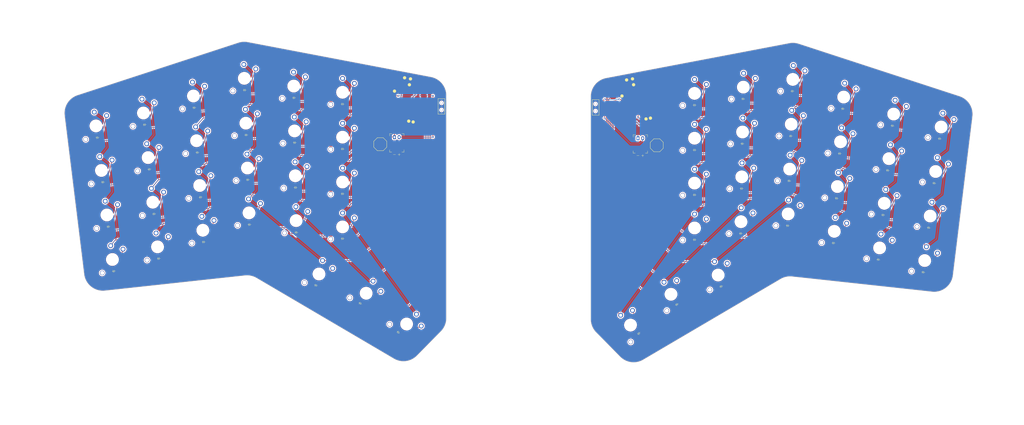
<source format=kicad_pcb>
(kicad_pcb (version 20241229) (generator "pcbnew") (generator_version "9.0")
  (layers (0 "F.Cu" signal) (2 "B.Cu" signal) (13 "F.Paste" user) (15 "B.Paste" user) (5 "F.SilkS" user "F.Silkscreen") (7 "B.SilkS" user "B.Silkscreen") (1 "F.Mask" user) (3 "B.Mask" user) (25 "Edge.Cuts" user))
  (net 0 "")
  (net 1 "GND")
  (net 2 "D1")
  (net 3 "D5")
  (net 4 "mirror_stretch_bottom")
  (net 5 "D2")
  (net 6 "mirror_stretch_num")
  (net 7 "D7")
  (net 8 "mirror_stretch_high")
  (net 9 "mirror_stretch_home")
  (net 10 "BATCON")
  (net 11 "D10")
  (net 12 "BAT")
  (net 13 "RST")
  (net 14 "D8")
  (net 15 "mirror_ring_high")
  (net 16 "mirror_pinky_num")
  (net 17 "D9")
  (net 18 "D3")
  (net 19 "mirror_middle_num")
  (net 20 "mirror_ring_num")
  (net 21 "mirror_pinky_bottom")
  (net 22 "mirror_pinky_home")
  (net 23 "mirror_pinky_high")
  (net 24 "mirror_ring_bottom")
  (net 25 "mirror_ring_home")
  (net 26 "mirror_middle_bottom")
  (net 27 "mirror_middle_home")
  (net 28 "mirror_middle_high")
  (net 29 "mirror_index_bottom")
  (net 30 "mirror_index_high")
  (net 31 "mirror_index_num")
  (net 32 "D0")
  (net 33 "mirror_index_home")
  (net 34 "mirror_inner_num")
  (net 35 "mirror_inner_high")
  (net 36 "D6")
  (net 37 "D4")
  (net 38 "mirror_inner_home")
  (net 39 "mirror_mid_fan")
  (net 40 "mirror_inner_bottom")
  (net 41 "mirror_far_fan")
  (net 42 "mirror_near_fan")
  (net 43 "RAW3V3")
  (net 44 "RAW5V")
  (net 45 "stretch_bottom")
  (net 46 "stretch_home")
  (net 47 "stretch_num")
  (net 48 "pinky_bottom")
  (net 49 "stretch_high")
  (net 50 "pinky_home")
  (net 51 "ring_bottom")
  (net 52 "ring_home")
  (net 53 "middle_home")
  (net 54 "middle_high")
  (net 55 "middle_num")
  (net 56 "ring_num")
  (net 57 "pinky_high")
  (net 58 "pinky_num")
  (net 59 "middle_bottom")
  (net 60 "ring_high")
  (net 61 "index_bottom")
  (net 62 "index_home")
  (net 63 "index_high")
  (net 64 "index_num")
  (net 65 "inner_bottom")
  (net 66 "inner_home")
  (net 67 "inner_num")
  (net 68 "mid_fan")
  (net 69 "inner_high")
  (net 70 "near_fan")
  (net 71 "far_fan")
  (footprint "ceoloide:diode_tht_sod123" (layer "F.Cu") (at 368.184543 164.300414)
    (property "Reference" "D24" (hide yes))
    (property "Value" "")
  )
  (footprint "ceoloide:diode_tht_sod123" (layer "F.Cu") (at 156.007807 165.397756 4)
    (property "Reference" "D12" (hide yes))
    (property "Value" "")
  )
  (footprint "ceoloide:diode_tht_sod123" (layer "F.Cu") (at 207.611003 240.827757 -15)
    (property "Reference" "D25" (hide yes))
    (property "Value" "")
  )
  (footprint "ceoloide:diode_tht_sod123" (layer "F.Cu") (at 198.960531 199.29367 1)
    (property "Reference" "D18" (hide yes))
    (property "Value" "")
  )
  (footprint "ceoloide:diode_tht_sod123" (layer "F.Cu") (at 388.129116 199.745953 -1)
    (property "Reference" "D18" (hide yes))
    (property "Value" "")
  )
  (footprint "ceoloide:diode_tht_sod123" (layer "F.Cu") (at 408.35175 196.447561 -2)
    (property "Reference" "D14" (hide yes))
    (property "Value" "")
  )
  (footprint "ceoloide:diode_tht_sod123" (layer "F.Cu") (at 407.686919 215.485954 -2)
    (property "Reference" "D13" (hide yes))
    (property "Value" "")
  )
  (footprint "E73:SW_TACT_ALPS_SKQGABE010" (layer "F.Cu") (at 352.184545 181.350417 90)
    (property "Reference" "B1" (hide yes))
    (property "Value" "" (hide yes))
  )
  (footprint "ceoloide:diode_tht_sod123" (layer "F.Cu") (at 117.25519 196.987316 7)
    (property "Reference" "D3" (hide yes))
    (property "Value" "")
  )
  (footprint "ceoloide:diode_tht_sod123" (layer "F.Cu") (at 344.558665 261.229679 45)
    (property "Reference" "D27" (hide yes))
    (property "Value" "")
  )
  (footprint "xiao_smd" (layer "F.Cu") (at 342.184546 161.800411 10.5)
    (property "Reference" "MCU1" (hide yes))
    (property "Value" "")
  )
  (footprint "ceoloide:diode_tht_sod123" (layer "F.Cu") (at 159.994391 222.408543 4)
    (property "Reference" "D9" (hide yes))
    (property "Value" "")
  )
  (footprint "ceoloide:diode_tht_sod123" (layer "F.Cu") (at 121.898414 234.803321 7)
    (property "Reference" "D1" (hide yes))
    (property "Value" "")
  )
  (footprint "ceoloide:diode_tht_sod123" (layer "F.Cu") (at 467.512841 216.347601 -7)
    (property "Reference" "D2" (hide yes))
    (property "Value" "")
  )
  (footprint "xiao_smd" (layer "F.Cu") (at 244.905096 161.348129 -10.5)
    (property "Reference" "MCU1" (hide yes))
    (property "Value" "")
  )
  (footprint "ceoloide:diode_tht_sod123" (layer "F.Cu") (at 134.975832 172.603905 6)
    (property "Reference" "D8" (hide yes))
    (property "Value" "")
  )
  (footprint "ceoloide:diode_tht_sod123" (layer "F.Cu") (at 218.905093 220.998135)
    (property "Reference" "D21" (hide yes))
    (property "Value" "")
  )
  (footprint "ceoloide:diode_tht_sod123" (layer "F.Cu") (at 157.336663 184.40135 4)
    (property "Reference" "D11" (hide yes))
    (property "Value" "")
  )
  (footprint "ceoloide:diode_tht_sod123" (layer "F.Cu") (at 138.958367 210.495191 6)
    (property "Reference" "D6" (hide yes))
    (property "Value" "")
  )
  (footprint "ceoloide:diode_tht_sod123" (layer "F.Cu") (at 469.834455 197.439598 -7)
    (property "Reference" "D3" (hide yes))
    (property "Value" "")
  )
  (footprint "ceoloide:diode_tht_sod123" (layer "F.Cu") (at 427.095256 222.860827 -4)
    (property "Reference" "D9" (hide yes))
    (property "Value" "")
  )
  (footprint "ceoloide:diode_tht_sod123" (layer "F.Cu") (at 179.402726 215.033675 2)
    (property "Reference" "D13" (hide yes))
    (property "Value" "")
  )
  (footprint "ceoloide:diode_tht_sod123" (layer "F.Cu") (at 431.081834 165.850039 -4)
    (property "Reference" "D12" (hide yes))
    (property "Value" "")
  )
  (footprint "E73:SW_TACT_ALPS_SKQGABE010" (layer "F.Cu") (at 234.905098 180.898132 -90)
    (property "Reference" "B1" (hide yes))
    (property "Value" "" (hide yes))
  )
  (footprint "ceoloide:diode_tht_sod123" (layer "F.Cu") (at 119.576802 215.895319 7)
    (property "Reference" "D2" (hide yes))
    (property "Value" "")
  )
  (footprint "ceoloide:diode_tht_sod123" (layer "F.Cu") (at 140.949632 229.440831 6)
    (property "Reference" "D5" (hide yes))
    (property "Value" "")
  )
  (footprint "ceoloide:diode_tht_sod123" (layer "F.Cu") (at 178.073058 176.956885 2)
    (property "Reference" "D15" (hide yes))
    (property "Value" "")
  )
  (footprint "ceoloide:battery_connector_jst_ph_2" (layer "F.Cu") (at 345.184543 178.350414)
    (property "Reference" "JST1" (hide yes))
    (property "Value" "")
  )
  (footprint "ceoloide:diode_tht_sod123" (layer "F.Cu") (at 218.905099 182.898134)
    (property "Reference" "D23" (hide yes))
    (property "Value" "")
  )
  (footprint "ceoloide:diode_tht_sod123" (layer "F.Cu") (at 198.295594 161.199469 1)
    (property "Reference" "D20" (hide yes))
    (property "Value" "")
  )
  (footprint "ceoloide:diode_tht_sod123" (layer "F.Cu") (at 465.191232 235.255607 -7)
    (property "Reference" "D1" (hide yes))
    (property "Value" "")
  )
  (footprint "ceoloide:diode_tht_sod123" (layer "F.Cu") (at 379.47864 241.280047 15)
    (property "Reference" "D25" (hide yes))
    (property "Value" "")
  )
  (footprint "ceoloide:diode_tht_sod123" (layer "F.Cu") (at 242.530976 260.777394 -45)
    (property "Reference" "D27" (hide yes))
    (property "Value" "")
  )
  (footprint "ceoloide:diode_tht_sod123" (layer "F.Cu") (at 136.967101 191.549554 6)
    (property "Reference" "D7" (hide yes))
    (property "Value" "")
  )
  (footprint "ceoloide:diode_tht_sod123" (layer "F.Cu") (at 114.933581 178.079308 7)
    (property "Reference" "D4" (hide yes))
    (property "Value" "")
  )
  (footprint "ceoloide:diode_tht_sod123" (layer "F.Cu") (at 177.408218 157.918491 2)
    (property "Reference" "D16" (hide yes))
    (property "Value" "")
  )
  (footprint "ceoloide:diode_tht_sod123" (layer "F.Cu") (at 368.184543 183.350417)
    (property "Reference" "D23" (hide yes))
    (property "Value" "")
  )
  (footprint "ceoloide:diode_tht_sod123" (layer "F.Cu") (at 218.905093 201.948133)
    (property "Reference" "D22" (hide yes))
    (property "Value" "")
  )
  (footprint "ceoloide:diode_tht_sod123" (layer "F.Cu") (at 178.73789 195.995281 2)
    (property "Reference" "D14" (hide yes))
    (property "Value" "")
  )
  (footprint "E73:SPDT_C128955" (layer "F.Cu") (at 260.905104 164.848133 -90)
    (property "Reference" "T1" (hide yes))
    (property "Value" "" (hide yes))
  )
  (footprint "ceoloide:diode_tht_sod123" (layer "F.Cu") (at 429.752978 184.853636 -4)
    (property "Reference" "D11" (hide yes))
    (property "Value" "")
  )
  (footprint "ceoloide:diode_tht_sod123" (layer "F.Cu") (at 446.140014 229.893114 -6)
    (property "Reference" "D5" (hide yes))
    (property "Value" "")
  )
  (footprint "ceoloide:diode_tht_sod123" (layer "F.Cu") (at 226.404062 248.490812 -30)
    (property "Reference" "D26" (hide yes))
    (property "Value" "")
  )
  (footprint "ceoloide:diode_tht_sod123" (layer "F.Cu") (at 450.122544 192.001831 -6)
    (property "Reference" "D7" (hide yes))
    (property "Value" "")
  )
  (footprint "ceoloide:diode_tht_sod123" (layer "F.Cu") (at 388.794056 161.651756 -1)
    (property "Reference" "D20" (hide yes))
    (property "Value" "")
  )
  (footprint "ceoloide:diode_tht_sod123" (layer "F.Cu") (at 409.681426 158.37077 -2)
    (property "Reference" "D16" (hide yes))
    (property "Value" "")
  )
  (footprint "ceoloide:diode_tht_sod123" (layer "F.Cu") (at 448.131278 210.947472 -6)
    (property "Reference" "D6" (hide yes))
    (property "Value" "")
  )
  (footprint "ceoloide:diode_tht_sod123" (layer "F.Cu") (at 387.796648 218.793047 -1)
    (property "Reference" "D17" (hide yes))
    (property "Value" "")
  )
  (footprint "ceoloide:diode_tht_sod123" (layer "F.Cu") (at 368.184547 202.400412)
    (property "Reference" "D22" (hide yes))
    (property "Value" "")
  )
  (footprint "ceoloide:diode_tht_sod123" (layer "F.Cu") (at 409.016588 177.409168 -2)
    (property "Reference" "D15" (hide yes))
    (property "Value" "")
  )
  (footprint "ceoloide:diode_tht_sod123" (layer "F.Cu") (at 218.905098 163.848132)
    (property "Reference" "D24" (hide yes))
    (property "Value" "")
  )
  (footprint "ceoloide:diode_tht_sod123" (layer "F.Cu") (at 199.292994 218.340765 1)
    (property "Reference" "D17" (hide yes))
    (property "Value" "")
  )
  (footprint "ceoloide:diode_tht_sod123" (layer "F.Cu") (at 472.156063 178.531591 -7)
    (property "Reference" "D4" (hide yes))
    (property "Value" "")
  )
  (footprint "ceoloide:diode_tht_sod123" (layer "F.Cu") (at 158.665536 203.404951 4)
    (property "Reference" "D10" (hide yes))
    (property "Value" "")
  )
  (footprint "E73:SPDT_C128955" (layer "F.Cu") (at 326.184546 165.300414 90)
    (property "Reference" "T1" (hide yes))
    (property "Value" "" (hide yes))
  )
  (footprint "ceoloide:diode_tht_sod123" (layer "F.Cu") (at 388.461585 180.698854 -1)
    (property "Reference" "D19" (hide yes))
    (property "Value" "")
  )
  (footprint "ceoloide:diode_tht_sod123" (layer "F.Cu") (at 368.184546 221.450417)
    (property "Reference" "D21" (hide yes))
    (property "Value" "")
  )
  (footprint "ceoloide:battery_connector_jst_ph_2" (layer "F.Cu") (at 241.905099 177.898134)
    (property "Reference" "JST1" (hide yes))
    (property "Value" "")
  )
  (footprint "ceoloide:diode_tht_sod123" (layer "F.Cu") (at 198.628061 180.246571 1)
    (property "Reference" "D19" (hide yes))
    (property "Value" "")
  )
  (footprint "ceoloide:diode_tht_sod123" (layer "F.Cu") (at 452.113814 173.056187 -6)
    (property "Reference" "D8" (hide yes))
    (property "Value" "")
  )
  (footprint "ceoloide:diode_tht_sod123" (layer "F.Cu") (at 360.685583 248.943098 30)
    (property "Reference" "D26" (hide yes))
    (property "Value" "")
  )
  (footprint "ceoloide:diode_tht_sod123" (layer "F.Cu") (at 428.424116 203.85723 -4)
    (property "Reference" "D10" (hide yes))
    (property "Value" "")
  )
  (footprint "ceoloide:switch_choc_v1_v2" (layer "B.Cu") (at 218.9051 177.898136)
    (property "Reference" "S23" (hide yes))
    (property "Value" "")
  )
  (footprint "ceoloide:switch_choc_v1_v2" (layer "B.Cu") (at 158.316749 198.417127 4)
    (property "Reference" "S10" (hide yes))
    (property "Value" "")
  )
  (footprint "ceoloide:switch_choc_v1_v2" (layer "B.Cu") (at 198.208327 156.200233 1)
    (property "Reference" "S20" (hide yes))
    (property "Value" "")
  )
  (footprint "ceoloide:switch_choc_v1_v2" (layer "B.Cu") (at 218.905097 215.998135)
    (property "Reference" "S21" (hide yes))
    (property "Value" "")
  )
  (footprint "ceoloide:switch_choc_v1_v2" (layer "B.Cu") (at 368.184545 178.350417)
    (property "Reference" "S23" (hide yes))
    (property "Value" "")
  )
  (footprint "ceoloide:switch_choc_v1_v2" (layer "B.Cu") (at 431.43062 160.86222 -4)
    (property "Reference" "S12" (hide yes))
    (property "Value" "")
  )
  (footprint "ceoloide:switch_choc_v1_v2" (layer "B.Cu") (at 198.540794 175.247333 1)
    (property "Reference" "S19" (hide yes))
    (property "Value" "")
  )
  (footprint "ceoloide:switch_choc_v1_v2" (layer "B.Cu") (at 388.216377 194.746713 -1)
    (property "Reference" "S18" (hide yes))
    (property "Value" "")
  )
  (footprint "ceoloide:switch_choc_v1_v2" (layer "B.Cu") (at 378.184546 236.450412 15)
    (property "Reference" "S25" (hide yes))
    (property "Value" "")
  )
  (footprint "ceoloide:switch_choc_v1_v2" (layer "B.Cu") (at 177.898557 171.959934 2)
    (property "Reference" "S15" (hide yes))
    (property "Value" "")
  )
  (footprint "ceoloide:switch_choc_v1_v2" (layer "B.Cu") (at 430.101758 179.865817 -4)
    (property "Reference" "S11" (hide yes))
    (property "Value" "")
  )
  (footprint "ceoloide:switch_choc_v1_v2" (layer "B.Cu") (at 218.905096 196.948138)
    (property "Reference" "S22" (hide yes))
    (property "Value" "")
  )
  (footprint "ceoloide:switch_choc_v1_v2" (layer "B.Cu") (at 198.873266 194.294428 1)
    (property "Reference" "S18" (hide yes))
    (property "Value" "")
  )
  (footprint "ceoloide:switch_choc_v1_v2" (layer "B.Cu") (at 407.861416 210.489006 -2)
    (property "Reference" "S13" (hide yes))
    (property "Value" "")
  )
  (footprint "ceoloide:switch_choc_v1_v2" (layer "B.Cu") (at 159.645605 217.420723 4)
    (property "Reference" "S9" (hide yes))
    (property "Value" "")
  )
  (footprint "ceoloide:switch_choc_v1_v2" (layer "B.Cu") (at 409.191087 172.412217 -2)
    (property "Reference" "S15" (hide yes))
    (property "Value" "")
  )
  (footprint "ceoloide:switch_choc_v1_v2" (layer "B.Cu") (at 358.185583 244.612969 30)
    (property "Reference" "S26" (hide yes))
    (property "Value" "")
  )
  (footprint "ceoloide:switch_choc_v1_v2" (layer "B.Cu") (at 178.563393 190.998324 2)
    (property "Reference" "S14" (hide yes))
    (property "Value" "")
  )
  (footprint "ceoloide:switch_choc_v1_v2" (layer "B.Cu") (at 118.967456 210.932582 7)
    (property "Reference" "S2" (hide yes))
    (property "Value" "")
  )
  (footprint "ceoloide:switch_choc_v1_v2" (layer "B.Cu") (at 138.435722 205.522581 6)
    (property "Reference" "S6" (hide yes))
    (property "Value" "")
  )
  (footprint "ceoloide:switch_choc_v1_v2" (layer "B.Cu") (at 368.184546 216.450414)
    (property "Reference" "S21" (hide yes))
    (property "Value" "")
  )
  (footprint "ceoloide:switch_choc_v1_v2" (layer "B.Cu") (at 409.855926 153.373821 -2)
    (property "Reference" "S16" (hide yes))
    (property "Value" "")
  )
  (footprint "ceoloide:switch_choc_v1_v2" (layer "B.Cu") (at 448.653921 205.974863 -6)
    (property "Reference" "S6" (hide yes))
    (property "Value" "")
  )
  (footprint "ceoloide:switch_choc_v1_v2" (layer "B.Cu") (at 341.02313 257.694143 45)
    (property "Reference" "S27" (hide yes))
    (property "Value" "")
  )
  (footprint "ceoloide:switch_choc_v1_v2" (layer "B.Cu") (at 368.184542 159.300418)
    (property "Reference" "S24" (hide yes))
    (property "Value" "")
  )
  (footprint "ceoloide:switch_choc_v1_v2" (layer "B.Cu") (at 465.80058 230.292876 -7)
    (property "Reference" "S1" (hide yes))
    (property "Value" "")
  )
  (footprint "ceoloide:switch_choc_v1_v2" (layer "B.Cu") (at 136.444452 186.576937 6)
    (property "Reference" "S7" (hide yes))
    (property "Value" "")
  )
  (footprint "ceoloide:switch_choc_v1_v2" (layer "B.Cu") (at 134.453187 167.631295 6)
    (property "Reference" "S8" (hide yes))
    (property "Value" "")
  )
  (footprint "ceoloide:switch_choc_v1_v2" (layer "B.Cu") (at 199.205732 213.341532 1)
    (property "Reference" "S17" (hide yes))
    (property "Value" "")
  )
  (footprint "ceoloide:switch_choc_v1_v2" (layer "B.Cu") (at 388.548844 175.699614 -1)
    (property "Reference" "S19" (hide yes))
    (property "Value" "")
  )
  (footprint "ceoloide:switch_choc_v1_v2" (layer "B.Cu") (at 388.881317 156.652517 -1)
    (property "Reference" "S20" (hide yes))
    (property "Value" "")
  )
  (footprint "ceoloide:switch_choc_v1_v2" (layer "B.Cu") (at 218.905093 158.848133)
    (property "Reference" "S24" (hide yes))
    (property "Value" "")
  )
  (footprint "ceoloide:switch_choc_v1_v2" (layer "B.Cu") (at 156.987881 179.413538 4)
    (property "Reference" "S11" (hide yes))
    (property "Value" "")
  )
  (footprint "ceoloide:switch_choc_v1_v2" (layer "B.Cu") (at 428.772901 198.869412 -4)
    (property "Reference" "S10" (hide yes))
    (property "Value" "")
  )
  (footprint "ceoloide:switch_choc_v1_v2" (layer "B.Cu") (at 408.526254 191.450608 -2)
    (property "Reference" "S14" (hide yes))
    (property "Value" "")
  )
  (footprint "ceoloide:switch_choc_v1_v2" (layer "B.Cu") (at 208.9051 235.998132 -15)
    (property "Reference" "S25" (hide yes))
    (property "Value" "")
  )
  (footprint "ceoloide:switch_choc_v1_v2" (layer "B.Cu") (at 114.324234 173.116579 7)
    (property "Reference" "S4" (hide yes))
    (property "Value" "")
  )
  (footprint "ceoloide:switch_choc_v1_v2" (layer "B.Cu") (at 368.184549 197.400419)
    (property "Reference" "S22" (hide yes))
    (property "Value" "")
  )
  (footprint "ceoloide:switch_choc_v1_v2" (layer "B.Cu") (at 450.645188 187.029225 -6)
    (property "Reference" "S7" (hide yes))
    (property "Value" "")
  )
  (footprint "ceoloide:switch_choc_v1_v2" (layer "B.Cu") (at 179.228227 210.036723 2)
    (property "Reference" "S13" (hide yes))
    (property "Value" "")
  )
  (footprint "ceoloide:switch_choc_v1_v2" (layer "B.Cu") (at 470.4438 192.47687 -7)
    (property "Reference" "S3" (hide yes))
    (property "Value" "")
  )
  (footprint "ceoloide:switch_choc_v1_v2" (layer "B.Cu") (at 387.883913 213.79381 -1)
    (property "Reference" "S17" (hide yes))
    (property "Value" "")
  )
  (footprint "ceoloide:switch_choc_v1_v2" (layer "B.Cu") (at 177.233719 152.921536 2)
    (property "Reference" "S16" (hide yes))
    (property "Value" "")
  )
  (footprint "ceoloide:switch_choc_v1_v2" (layer "B.Cu") (at 427.444038 217.873007 -4)
    (property "Reference" "S9" (hide yes))
    (property "Value" "")
  )
  (footprint "ceoloide:switch_choc_v1_v2" (layer "B.Cu") (at 140.42699 224.468225 6)
    (property "Reference" "S5" (hide yes))
    (property "Value" "")
  )
  (footprint "ceoloide:switch_choc_v1_v2" (layer "B.Cu") (at 228.90406 244.160687 -30)
    (property "Reference" "S26" (hide yes))
    (property "Value" "")
  )
  (footprint "ceoloide:switch_choc_v1_v2" (layer "B.Cu") (at 116.645847 192.024586 7)
    (property "Reference" "S3" (hide yes))
    (property "Value" "")
  )
  (footprint "ceoloide:switch_choc_v1_v2" (layer "B.Cu") (at 246.066512 257.241865 -45)
    (property "Reference" "S27" (hide yes))
    (property "Value" "")
  )
  (footprint "ceoloide:switch_choc_v1_v2" (layer "B.Cu") (at 446.662656 224.920505 -6)
    (property "Reference" "S5" (hide yes))
    (property "Value" "")
  )
  (footprint "ceoloide:switch_choc_v1_v2" (layer "B.Cu") (at 121.289066 229.84059 7)
    (property "Reference" "S1" (hide yes))
    (property "Value" "")
  )
  (footprint "ceoloide:switch_choc_v1_v2" (layer "B.Cu") (at 472.765411 173.568866 -7)
    (property "Reference" "S4" (hide yes))
    (property "Value" "")
  )
  (footprint "ceoloide:switch_choc_v1_v2" (layer "B.Cu") (at 468.122187 211.384872 -7)
    (property "Reference" "S2" (hide yes))
    (property "Value" "")
  )
  (footprint "ceoloide:switch_choc_v1_v2" (layer "B.Cu") (at 452.636453 168.083573 -6)
    (property "Reference" "S8" (hide yes))
    (property "Value" "")
  )
  (footprint "ceoloide:switch_choc_v1_v2" (layer "B.Cu") (at 155.659025 160.409935 4)
    (property "Reference" "S12" (hide yes))
    (property "Value" "")
  )
  (gr_arc (start 408.382464 137.981976) (mid 410.39027 137.856603) (end 412.365873 138.236075) (stroke (width 0.15)) (layer "Edge.Cuts"))
  (gr_arc (start 256.403636 152.345849) (mid 261.069049 155.104649) (end 262.905092 160.204245) (stroke (width 0.15)) (layer "Edge.Cuts"))
  (gr_line (start 106.506993 160.075058) (end 174.723772 137.783785) (stroke (width 0.15)) (layer "Edge.Cuts"))
  (gr_arc (start 101.051485 168.654314) (mid 102.241131 163.386605) (end 106.506993 160.075058) (stroke (width 0.15)) (layer "Edge.Cuts"))
  (gr_line (start 109.33106 236.086068) (end 101.051488 168.654314) (stroke (width 0.15)) (layer "Edge.Cuts"))
  (gr_arc (start 324.184547 160.65653) (mid 326.020606 155.556936) (end 330.686007 152.798133) (stroke (width 0.15)) (layer "Edge.Cuts"))
  (gr_line (start 409.577774 237.07146) (end 468.954903 243.516679) (stroke (width 0.15)) (layer "Edge.Cuts"))
  (gr_arc (start 346.40213 272.392057) (mid 341.303042 273.42794) (end 336.645339 271.108535) (stroke (width 0.15)) (layer "Edge.Cuts"))
  (gr_line (start 326.483428 260.785704) (end 336.645339 271.108535) (stroke (width 0.15)) (layer "Edge.Cuts"))
  (gr_arc (start 118.134742 243.064401) (mid 112.301981 241.380449) (end 109.33106 236.086068) (stroke (width 0.15)) (layer "Edge.Cuts"))
  (gr_arc (start 326.483428 260.785704) (mid 324.781554 258.205872) (end 324.184544 255.173462) (stroke (width 0.15)) (layer "Edge.Cuts"))
  (gr_arc (start 404.658792 238.128975) (mid 407.032982 237.203444) (end 409.577772 237.071455) (stroke (width 0.15)) (layer "Edge.Cuts"))
  (gr_line (start 240.687519 271.939776) (end 182.43085 237.6767) (stroke (width 0.15)) (layer "Edge.Cuts"))
  (gr_line (start 260.606215 260.333422) (end 250.444306 270.656255) (stroke (width 0.15)) (layer "Edge.Cuts"))
  (gr_line (start 177.51187 236.619177) (end 118.134744 243.064399) (stroke (width 0.15)) (layer "Edge.Cuts"))
  (gr_arc (start 480.582654 160.527339) (mid 484.848526 163.838893) (end 486.038158 169.106598) (stroke (width 0.15)) (layer "Edge.Cuts"))
  (gr_arc (start 477.758576 236.538357) (mid 474.787656 241.83273) (end 468.954903 243.516679) (stroke (width 0.15)) (layer "Edge.Cuts"))
  (gr_arc (start 250.444305 270.65626) (mid 245.786612 272.975655) (end 240.687518 271.939779) (stroke (width 0.15)) (layer "Edge.Cuts"))
  (gr_line (start 408.382467 137.981976) (end 330.686007 152.798133) (stroke (width 0.15)) (layer "Edge.Cuts"))
  (gr_line (start 178.707175 137.529698) (end 256.403636 152.345849) (stroke (width 0.15)) (layer "Edge.Cuts"))
  (gr_arc (start 262.905101 254.721178) (mid 262.308102 257.753591) (end 260.606215 260.333422) (stroke (width 0.15)) (layer "Edge.Cuts"))
  (gr_arc (start 177.51187 236.619177) (mid 180.056664 236.751159) (end 182.43085 237.6767) (stroke (width 0.15)) (layer "Edge.Cuts"))
  (gr_line (start 480.582654 160.527337) (end 412.365873 138.236075) (stroke (width 0.15)) (layer "Edge.Cuts"))
  (gr_line (start 324.184547 160.65653) (end 324.184544 255.173462) (stroke (width 0.15)) (layer "Edge.Cuts"))
  (gr_line (start 346.402133 272.392057) (end 404.658792 238.128975) (stroke (width 0.15)) (layer "Edge.Cuts"))
  (gr_line (start 477.758579 236.538355) (end 486.038158 169.106598) (stroke (width 0.15)) (layer "Edge.Cuts"))
  (gr_line (start 262.905092 160.204245) (end 262.905101 254.721178) (stroke (width 0.15)) (layer "Edge.Cuts"))
  (gr_arc (start 174.723769 137.783786) (mid 176.69937 137.404324) (end 178.707175 137.529698) (stroke (width 0.15)) (layer "Edge.Cuts"))
  (segment (start 348.751191 155.416841) (end 344.259087 159.908945) (width 0.25) (layer "F.Cu") (net 1))
  (segment (start 344.259087 159.908945) (end 344.259087 169.292683) (width 0.25) (layer "F.Cu") (net 1))
  (segment (start 354.034548 178.250416) (end 353.216824 178.250419) (width 0.25) (layer "F.Cu") (net 1))
  (segment (start 240.805098 177.798134) (end 240.905103 177.89813) (width 0.25) (layer "F.Cu") (net 1))
  (segment (start 354.034548 184.450421) (end 354.034546 178.25042) (width 0.25) (layer "F.Cu") (net 1))
  (segment (start 236.755096 183.998132) (end 236.755094 177.798132) (width 0.25) (layer "F.Cu") (net 1))
  (segment (start 240.905101 168.677474) (end 251.84074 157.741825) (width 0.25) (layer "F.Cu") (net 1))
  (segment (start 240.905103 177.89813) (end 240.905101 168.677474) (width 0.25) (layer "F.Cu") (net 1))
  (segment (start 354.034546 178.25042) (end 354.034548 178.250416) (width 0.25) (layer "F.Cu") (net 1))
  (segment (start 236.755094 177.798132) (end 240.805098 177.798134) (width 0.25) (layer "F.Cu") (net 1))
  (segment (start 251.84074 157.741825) (end 253.32326 157.741836) (width 0.25) (layer "F.Cu") (net 1))
  (segment (start 353.216824 178.250419) (end 344.259087 169.292683) (width 0.25) (layer "F.Cu") (net 1))
  (via (at 344.259087 169.292683) (size 0.8) (drill 0.4) (layers "F.Cu" "B.Cu") (net 1))
  (segment (start 344.184546 169.367222) (end 344.184543 178.350414) (width 0.25) (layer "B.Cu") (net 1))
  (segment (start 344.259087 169.292683) (end 344.184546 169.367222) (width 0.25) (layer "B.Cu") (net 1))
  (segment (start 236.157417 154.964559) (end 222.608211 168.513768) (width 0.25) (layer "F.Cu") (net 2))
  (segment (start 222.285141 168.513766) (end 177.470322 163.803542) (width 0.25) (layer "F.Cu") (net 2))
  (segment (start 332.397361 158.194115) (end 331.793824 158.79765) (width 0.25) (layer "F.Cu") (net 2))
  (segment (start 359.256642 256.161023) (end 352.256085 263.161579) (width 0.25) (layer "F.Cu") (net 2))
  (segment (start 331.293827 161.797652) (end 331.293823 171.047655) (width 0.25) (layer "F.Cu") (net 2))
  (segment (start 331.293823 227.94932) (end 353.112597 249.768096) (width 0.25) (layer "F.Cu") (net 2))
  (segment (start 159.715101 169.917153) (end 156.57632 173.527911) (width 0.25) (layer "F.Cu") (net 2))
  (segment (start 369.823862 249.768097) (end 359.256642 249.768094) (width 0.25) (layer "F.Cu") (net 2))
  (segment (start 331.293823 171.047655) (end 331.293823 227.94932) (width 0.25) (layer "F.Cu") (net 2))
  (segment (start 238.338452 154.96456) (end 236.157417 154.964559) (width 0.25) (layer "F.Cu") (net 2))
  (segment (start 359.256642 249.768094) (end 359.256642 256.161023) (width 0.25) (layer "F.Cu") (net 2))
  (segment (start 377.884861 241.707095) (end 369.823862 249.768097) (width 0.25) (layer "F.Cu") (net 2))
  (segment (start 331.793824 158.79765) (end 331.293828 159.297653) (width 0.25) (layer "F.Cu") (net 2))
  (segment (start 352.256085 263.161579) (end 344.157118 263.161583) (width 0.25) (layer "F.Cu") (net 2))
  (segment (start 353.112597 249.768096) (end 359.256642 249.768094) (width 0.25) (layer "F.Cu") (net 2))
  (segment (start 331.293828 159.297653) (end 331.293827 161.797652) (width 0.25) (layer "F.Cu") (net 2))
  (segment (start 333.766389 158.194117) (end 332.397361 158.194115) (width 0.25) (layer "F.Cu") (net 2))
  (segment (start 222.608211 168.513768) (end 222.285141 168.513766) (width 0.25) (layer "F.Cu") (net 2))
  (segment (start 177.470322 163.803542) (end 159.715101 169.917153) (width 0.25) (layer "F.Cu") (net 2))
  (segment (start 344.157118 263.161583) (end 343.391938 262.3964) (width 0.25) (layer "F.Cu") (net 2))
  (segment (start 156.576326 173.527902) (end 160.428392 176.876459) (width 0.25) (layer "B.Cu") (net 2))
  (segment (start 161.757249 195.880056) (end 162.582595 207.683027) (width 0.25) (layer "B.Cu") (net 2))
  (segment (start 161.253736 188.679432) (end 157.905184 192.531504) (width 0.25) (layer "B.Cu") (net 2))
  (segment (start 162.582595 207.683027) (end 159.234043 211.535097) (width 0.25) (layer "B.Cu") (net 2))
  (segment (start 157.905184 192.531504) (end 161.757249 195.880056) (width 0.25) (layer "B.Cu") (net 2))
  (segment (start 159.099534 157.872863) (end 159.924876 169.675834) (width 0.25) (layer "B.Cu") (net 2))
  (segment (start 160.428392 176.876459) (end 161.253736 188.679432) (width 0.25) (layer "B.Cu") (net 2))
  (segment (start 159.924876 169.675834) (end 156.576326 173.527902) (width 0.25) (layer "B.Cu") (net 2))
  (segment (start 155.24746 154.524312) (end 159.099534 157.872863) (width 0.25) (layer "B.Cu") (net 2))
  (segment (start 333.304218 181.450107) (end 333.304217 181.564897) (width 0.25) (layer "F.Cu") (net 3))
  (segment (start 234.667548 164.954431) (end 230.138756 169.483221) (width 0.25) (layer "F.Cu") (net 3))
  (segment (start 122.329398 221.732683) (end 120.570034 223.984567) (width 0.25) (layer "F.Cu") (net 3))
  (segment (start 335.617902 168.183981) (end 334.136426 168.183983) (width 0.25) (layer "F.Cu") (net 3))
  (segment (start 230.138756 169.483221) (end 230.138757 198.577711) (width 0.25) (layer "F.Cu") (net 3))
  (segment (start 333.304217 181.564897) (end 333.304217 184.479925) (width 0.25) (layer "F.Cu") (net 3))
  (segment (start 408.104005 201.621789) (end 463.632781 220.74188) (width 0.25) (layer "F.Cu") (net 3))
  (segment (start 333.304217 184.479925) (end 357.550864 208.726572) (width 0.25) (layer "F.Cu") (net 3))
  (segment (start 463.632781 220.74188) (end 466.519608 224.436855) (width 0.25) (layer "F.Cu") (net 3))
  (segment (start 178.849007 202.271423) (end 122.329398 221.732683) (width 0.25) (layer "F.Cu") (net 3))
  (segment (start 236.486935 164.954429) (end 234.667548 164.954431) (width 0.25) (layer "F.Cu") (net 3))
  (segment (start 230.138757 198.577711) (end 221.918283 206.798186) (width 0.25) (layer "F.Cu") (net 3))
  (segment (start 334.136426 168.183983) (end 333.304217 169.016191) (width 0.25) (layer "F.Cu") (net 3))
  (segment (start 357.550864 208.726572) (end 408.104005 201.621789) (width 0.25) (layer "F.Cu") (net 3))
  (segment (start 333.304217 169.016191) (end 333.304218 181.450107) (width 0.25) (layer "F.Cu") (net 3))
  (segment (start 221.918283 206.798186) (end 178.849007 202.271423) (width 0.25) (layer "F.Cu") (net 3))
  (segment (start 119.92846 189.294989) (end 121.37486 201.074916) (width 0.25) (layer "B.Cu") (net 3))
  (segment (start 117.606851 170.386988) (end 119.053245 182.166917) (width 0.25) (layer "B.Cu") (net 3))
  (segment (start 475.440416 183.278826) (end 471.16283 186.620848) (width 0.25) (layer "B.Cu") (net 3))
  (segment (start 121.37486 201.074916) (end 118.248429 205.076561) (width 0.25) (layer "B.Cu") (net 3))
  (segment (start 123.696465 219.982925) (end 120.570037 223.984568) (width 0.25) (layer "B.Cu") (net 3))
  (segment (start 122.250075 208.202996) (end 123.696465 219.982925) (width 0.25) (layer "B.Cu") (net 3))
  (segment (start 476.826455 171.990426) (end 475.440416 183.278826) (width 0.25) (layer "B.Cu") (net 3))
  (segment (start 468.841217 205.528847) (end 472.183231 209.806434) (width 0.25) (layer "B.Cu") (net 3))
  (segment (start 473.118804 202.186839) (end 468.841217 205.528847) (width 0.25) (layer "B.Cu") (net 3))
  (segment (start 119.053245 182.166917) (end 115.926815 186.168559) (width 0.25) (layer "B.Cu") (net 3))
  (segment (start 118.248429 205.076561) (end 122.250075 208.202996) (width 0.25) (layer "B.Cu") (net 3))
  (segment (start 470.797191 221.094832) (end 466.519606 224.436852) (width 0.25) (layer "B.Cu") (net 3))
  (segment (start 473.484439 167.712843) (end 476.826455 171.990426) (width 0.25) (layer "B.Cu") (net 3))
  (segment (start 113.605204 167.260556) (end 117.606851 170.386988) (width 0.25) (layer "B.Cu") (net 3))
  (segment (start 471.16283 186.620848) (end 474.504843 190.898423) (width 0.25) (layer "B.Cu") (net 3))
  (segment (start 474.504843 190.898423) (end 473.118804 202.186839) (width 0.25) (layer "B.Cu") (net 3))
  (segment (start 115.926815 186.168559) (end 119.92846 189.294989) (width 0.25) (layer "B.Cu") (net 3))
  (segment (start 472.183231 209.806434) (end 470.797191 221.094832) (width 0.25) (layer "B.Cu") (net 3))
  (segment (start 466.818121 235.421333) (end 466.828932 235.456689) (width 0.25) (layer "F.Cu") (net 4))
  (segment (start 471.22641 227.130548) (end 466.818121 235.421333) (width 0.25) (layer "F.Cu") (net 4))
  (segment (start 237.87557 157.462029) (end 235.659949 157.462028) (width 0.25) (layer "F.Cu") (net 5))
  (segment (start 227.138755 165.98322) (end 227.138756 179.483222) (width 0.25) (layer "F.Cu") (net 5))
  (segment (start 137.101136 193.324343) (end 149.624045 192.008129) (width 0.25) (layer "F.Cu") (net 5))
  (segment (start 331.79383 216.061664) (end 355.235581 239.503419) (width 0.25) (layer "F.Cu") (net 5))
  (segment (start 331.79383 171.047647) (end 331.79383 216.061664) (width 0.25) (layer "F.Cu") (net 5))
  (segment (start 155.690684 184.516449) (end 155.699367 184.64057) (width 0.25) (layer "F.Cu") (net 5))
  (segment (start 149.624045 192.008129) (end 155.690684 184.516448) (width 0.25) (layer "F.Cu") (net 5))
  (segment (start 117.428621 198.603409) (end 131.278419 196.902869) (width 0.25) (layer "F.Cu") (net 5))
  (segment (start 135.345092 191.902317) (end 137.101136 193.324343) (width 0.25) (layer "F.Cu") (net 5))
  (segment (start 217.255101 183.599566) (end 217.255099 182.898135) (width 0.25) (layer "F.Cu") (net 5))
  (segment (start 334.22927 160.691583) (end 332.899894 160.691581) (width 0.25) (layer "F.Cu") (net 5))
  (segment (start 115.617491 197.188402) (end 117.428621 198.603409) (width 0.25) (layer "F.Cu") (net 5))
  (segment (start 217.255098 182.898131) (end 216.11678 181.759813) (width 0.25) (layer "F.Cu") (net 5))
  (segment (start 157.262114 185.999049) (end 169.348577 185.153883) (width 0.25) (layer "F.Cu") (net 5))
  (segment (start 135.32614 191.722022) (end 135.345092 191.902317) (width 0.25) (layer "F.Cu") (net 5))
  (segment (start 216.11678 181.759813) (end 198.462754 181.75981) (width 0.25) (layer "F.Cu") (net 5))
  (segment (start 155.699367 184.64057) (end 157.262114 185.999049) (width 0.25) (layer "F.Cu") (net 5))
  (segment (start 331.793826 161.797652) (end 331.793821 163.797651) (width 0.25) (layer "F.Cu") (net 5))
  (segment (start 221.888756 184.733222) (end 218.388756 184.733221) (width 0.25) (layer "F.Cu") (net 5))
  (segment (start 176.424063 177.01447) (end 178.018509 178.554205) (width 0.25) (layer "F.Cu") (net 5))
  (segment (start 194.891024 178.259697) (end 196.978314 180.275367) (width 0.25) (layer "F.Cu") (net 5))
  (segment (start 169.348577 185.153883) (end 176.424063 177.01447) (width 0.25) (layer "F.Cu") (net 5))
  (segment (start 131.278419 196.902869) (end 135.32614 191.722022) (width 0.25) (layer "F.Cu") (net 5))
  (segment (start 235.659949 157.462028) (end 227.138755 165.98322) (width 0.25) (layer "F.Cu") (net 5))
  (segment (start 227.138756 179.483222) (end 221.888756 184.733222) (width 0.25) (layer "F.Cu") (net 5))
  (segment (start 178.018509 178.554205) (end 194.891024 178.259697) (width 0.25) (layer "F.Cu") (net 5))
  (segment (start 198.462754 181.75981) (end 196.978314 180.275367) (width 0.25) (layer "F.Cu") (net 5))
  (segment (start 332.899894 160.691581) (end 331.793826 161.797652) (width 0.25) (layer "F.Cu") (net 5))
  (segment (start 331.793821 163.797651) (end 331.79383 171.047647) (width 0.25) (layer "F.Cu") (net 5))
  (segment (start 218.388756 184.733221) (end 217.255101 183.599566) (width 0.25) (layer "F.Cu") (net 5))
  (segment (start 392.322998 173.602134) (end 392.12097 185.176428) (width 0.25) (layer "B.Cu") (net 5))
  (segment (start 387.98688 207.894708) (end 355.254759 239.503752) (width 0.25) (layer "B.Cu") (net 5))
  (segment (start 388.65182 169.800514) (end 392.322998 173.602134) (width 0.25) (layer "B.Cu") (net 5))
  (segment (start 391.788504 204.223531) (end 387.986883 207.894708) (width 0.25) (layer "B.Cu") (net 5))
  (segment (start 392.12097 185.176428) (end 388.319348 188.847613) (width 0.25) (layer "B.Cu") (net 5))
  (segment (start 388.319348 188.847613) (end 391.990536 192.649234) (width 0.25) (layer "B.Cu") (net 5))
  (segment (start 392.65547 154.555036) (end 392.453441 166.129329) (width 0.25) (layer "B.Cu") (net 5))
  (segment (start 392.453441 166.129329) (end 388.65182 169.800514) (width 0.25) (layer "B.Cu") (net 5))
  (segment (start 388.984284 150.753416) (end 392.65547 154.555036) (width 0.25) (layer "B.Cu") (net 5))
  (segment (start 391.990536 192.649234) (end 391.788504 204.223531) (width 0.25) (layer "B.Cu") (net 5))
  (segment (start 355.254759 239.503752) (end 355.235582 239.503416) (width 0.25) (layer "B.Cu") (net 5))
  (segment (start 478.191246 170.406536) (end 473.782955 178.697321) (width 0.25) (layer "F.Cu") (net 6))
  (segment (start 473.782955 178.697321) (end 473.793763 178.732677) (width 0.25) (layer "F.Cu") (net 6))
  (segment (start 351.065587 167.904177) (end 358.259085 175.097678) (width 0.25) (layer "F.Cu") (net 7))
  (segment (start 408.65186 183.456513) (end 370.872209 188.766099) (width 0.25) (layer "F.Cu") (net 7))
  (segment (start 449.270639 200.107184) (end 446.278731 196.412483) (width 0.25) (layer "F.Cu") (net 7))
  (segment (start 446.278731 196.412483) (end 408.65186 183.456513) (width 0.25) (layer "F.Cu") (net 7))
  (segment (start 225.303646 230.29917) (end 210.432132 230.299171) (width 0.25) (layer "F.Cu") (net 7))
  (segment (start 253.987199 173.345373) (end 253.987199 201.615614) (width 0.25) (layer "F.Cu") (net 7))
  (segment (start 251.008867 170.22917) (end 253.371001 170.22917) (width 0.25) (layer "F.Cu") (net 7))
  (segment (start 370.872209 188.766099) (end 364.009088 189.730646) (width 0.25) (layer "F.Cu") (net 7))
  (segment (start 253.987202 172.09537) (end 253.987199 173.345373) (width 0.25) (layer "F.Cu") (net 7))
  (segment (start 253.987205 171.345369) (end 253.987202 172.09537) (width 0.25) (layer "F.Cu") (net 7))
  (segment (start 358.259085 175.097678) (end 358.259086 183.980643) (width 0.25) (layer "F.Cu") (net 7))
  (segment (start 253.371001 170.22917) (end 253.9872 170.84537) (width 0.25) (layer "F.Cu") (net 7))
  (segment (start 253.9872 170.84537) (end 253.987205 171.345369) (width 0.25) (layer "F.Cu") (net 7))
  (segment (start 253.987199 201.615614) (end 225.303646 230.29917) (width 0.25) (layer "F.Cu") (net 7))
  (segment (start 358.259086 183.980643) (end 364.009088 189.730646) (width 0.25) (layer "F.Cu") (net 7))
  (segment (start 177.692647 166.063524) (end 181.243162 169.374434) (width 0.25) (layer "B.Cu") (net 7))
  (segment (start 451.261912 181.16154) (end 454.542867 185.213187) (width 0.25) (layer "B.Cu") (net 7))
  (segment (start 182.333226 200.589804) (end 179.022322 204.140316) (width 0.25) (layer "B.Cu") (net 7))
  (segment (start 453.253171 162.215894) (end 456.534134 166.267546) (width 0.25) (layer "B.Cu") (net 7))
  (segment (start 181.243162 169.374434) (end 181.668397 181.551404) (width 0.25) (layer "B.Cu") (net 7))
  (segment (start 177.027815 147.025125) (end 180.578329 150.33604) (width 0.25) (layer "B.Cu") (net 7))
  (segment (start 181.668397 181.551404) (end 178.357481 185.10192) (width 0.25) (layer "B.Cu") (net 7))
  (segment (start 179.02232 204.140315) (end 179.235046 204.121704) (width 0.25) (layer "B.Cu") (net 7))
  (segment (start 453.322286 196.826224) (end 449.27064 200.107183) (width 0.25) (layer "B.Cu") (net 7))
  (segment (start 455.313555 177.880589) (end 451.261912 181.16154) (width 0.25) (layer "B.Cu") (net 7))
  (segment (start 181.908003 188.412828) (end 182.333226 200.589804) (width 0.25) (layer "B.Cu") (net 7))
  (segment (start 452.5516 204.158833) (end 451.331016 215.771868) (width 0.25) (layer "B.Cu") (net 7))
  (segment (start 181.003558 162.51301) (end 177.692647 166.063524) (width 0.25) (layer "B.Cu") (net 7))
  (segment (start 449.27064 200.107183) (end 452.5516 204.158833) (width 0.25) (layer "B.Cu") (net 7))
  (segment (start 180.578329 150.33604) (end 181.003558 162.51301) (width 0.25) (layer "B.Cu") (net 7))
  (segment (start 454.542867 185.213187) (end 453.322286 196.826224) (width 0.25) (layer "B.Cu") (net 7))
  (segment (start 456.534134 166.267546) (end 455.313555 177.880589) (width 0.25) (layer "B.Cu") (net 7))
  (segment (start 451.331016 215.771868) (end 447.279371 219.052828) (width 0.25) (layer "B.Cu") (net 7))
  (segment (start 178.357481 185.10192) (end 181.908003 188.412828) (width 0.25) (layer "B.Cu") (net 7))
  (segment (start 179.235046 204.121704) (end 210.432132 230.299168) (width 0.25) (layer "B.Cu") (net 7))
  (segment (start 471.461343 197.605318) (end 471.472154 197.64068) (width 0.25) (layer "F.Cu") (net 8))
  (segment (start 475.86963 189.314538) (end 471.461343 197.605318) (width 0.25) (layer "F.Cu") (net 8))
  (segment (start 469.139732 216.513328) (end 469.15054 216.548684) (width 0.25) (layer "F.Cu") (net 9))
  (segment (start 473.548022 208.222541) (end 469.139732 216.513328) (width 0.25) (layer "F.Cu") (net 9))
  (segment (start 329.296588 166.050416) (end 330.043826 166.797654) (width 0.25) (layer "F.Cu") (net 10))
  (segment (start 258.830102 167.09813) (end 257.984444 167.098135) (width 0.25) (layer "F.Cu") (net 10))
  (segment (start 328.259549 166.050416) (end 329.296588 166.050416) (width 0.25) (layer "F.Cu") (net 10))
  (segment (start 257.237204 167.845368) (end 257.237202 168.345372) (width 0.25) (layer "F.Cu") (net 10))
  (segment (start 257.984444 167.098135) (end 257.237204 167.845368) (width 0.25) (layer "F.Cu") (net 10))
  (segment (start 330.043826 166.797654) (end 330.043822 169.797649) (width 0.25) (layer "F.Cu") (net 10))
  (segment (start 257.237202 168.345372) (end 257.237201 177.845371) (width 0.25) (layer "F.Cu") (net 10))
  (via (at 330.043822 169.797649) (size 0.8) (drill 0.4) (layers "F.Cu" "B.Cu") (net 10))
  (via (at 257.237201 177.845371) (size 0.8) (drill 0.4) (layers "F.Cu" "B.Cu") (net 10))
  (segment (start 346.184544 179.367224) (end 346.184543 178.350415) (width 0.25) (layer "B.Cu") (net 10))
  (segment (start 257.18444 177.898135) (end 242.905099 177.898133) (width 0.25) (layer "B.Cu") (net 10))
  (segment (start 344.759089 180.79268) (end 346.184544 179.367224) (width 0.25) (layer "B.Cu") (net 10))
  (segment (start 257.237201 177.845371) (end 257.18444 177.898135) (width 0.25) (layer "B.Cu") (net 10))
  (segment (start 330.043822 169.797649) (end 341.038853 180.792683) (width 0.25) (layer "B.Cu") (net 10))
  (segment (start 341.038853 180.792683) (end 344.759089 180.79268) (width 0.25) (layer "B.Cu") (net 10))
  (segment (start 254.878604 162.736768) (end 256.237204 164.095369) (width 0.25) (layer "F.Cu") (net 11))
  (segment (start 382.855682 165.911582) (end 387.144303 161.62296) (width 0.25) (layer "F.Cu") (net 11))
  (segment (start 362.645906 160.411778) (end 366.534541 164.300413) (width 0.25) (layer "F.Cu") (net 11))
  (segment (start 468.587705 176.029639) (end 470.518362 178.33051) (width 0.25) (layer "F.Cu") (net 11))
  (segment (start 429.435855 165.73494) (end 430.976899 167.507711) (width 0.25) (layer "F.Cu") (net 11))
  (segment (start 402.531085 163.625772) (end 408.032425 158.313185) (width 0.25) (layer "F.Cu") (net 11))
  (segment (start 366.534545 164.440041) (end 368.006082 165.911583) (width 0.25) (layer "F.Cu") (net 11))
  (segment (start 256.237199 165.595367) (end 256.237203 168.345367) (width 0.25) (layer "F.Cu") (net 11))
  (segment (start 424.656359 160.60956) (end 429.435855 165.73494) (width 0.25) (layer "F.Cu") (net 11))
  (segment (start 252.397496 162.736766) (end 254.878604 162.736768) (width 0.25) (layer "F.Cu") (net 11))
  (segment (start 256.237203 168.345367) (end 256.237206 247.071175) (width 0.25) (layer "F.Cu") (net 11))
  (segment (start 446.758896 168.611292) (end 450.472856 172.883718) (width 0.25) (layer "F.Cu") (net 11))
  (segment (start 409.6089 160.084094) (end 424.656359 160.60956) (width 0.25) (layer "F.Cu") (net 11))
  (segment (start 430.976899 167.507711) (end 446.758896 168.611292) (width 0.25) (layer "F.Cu") (net 11))
  (segment (start 366.534545 164.300417) (end 366.534545 164.440041) (width 0.25) (layer "F.Cu") (net 11))
  (segment (start 450.472856 172.883718) (end 451.886533 174.568473) (width 0.25) (layer "F.Cu") (net 11))
  (segment (start 349.676948 160.411779) (end 362.645906 160.411778) (width 0.25) (layer "F.Cu") (net 11))
  (segment (start 388.741669 163.385075) (end 402.531085 163.625772) (width 0.25) (layer "F.Cu") (net 11))
  (segment (start 451.886533 174.568473) (end 468.587705 176.029639) (width 0.25) (layer "F.Cu") (net 11))
  (segment (start 408.032425 158.313186) (end 408.029723 158.390631) (width 0.25) (layer "F.Cu") (net 11))
  (segment (start 256.237206 247.071175) (end 250.238445 253.069933) (width 0.25) (layer "F.Cu") (net 11))
  (segment (start 256.237204 164.095369) (end 256.237199 165.595367) (width 0.25) (layer "F.Cu") (net 11))
  (segment (start 408.029723 158.390631) (end 409.6089 160.084094) (width 0.25) (layer "F.Cu") (net 11))
  (segment (start 387.144305 161.622956) (end 387.142454 161.729036) (width 0.25) (layer "F.Cu") (net 11))
  (segment (start 387.142454 161.729036) (end 388.741669 163.385075) (width 0.25) (layer "F.Cu") (net 11))
  (segment (start 368.006082 165.911583) (end 382.855682 165.911582) (width 0.25) (layer "F.Cu") (net 11))
  (segment (start 218.905099 191.048134) (end 222.237204 194.380237) (width 0.25) (layer "B.Cu") (net 11))
  (segment (start 218.9051 152.948132) (end 222.237202 156.280236) (width 0.25) (layer "B.Cu") (net 11))
  (segment (start 222.237202 156.280236) (end 222.237205 168.666023) (width 0.25) (layer "B.Cu") (net 11))
  (segment (start 222.237204 194.380237) (end 222.237202 206.766026) (width 0.25) (layer "B.Cu") (net 11))
  (segment (start 218.905098 171.998134) (end 222.237207 175.330238) (width 0.25) (layer "B.Cu") (net 11))
  (segment (start 222.237207 175.330238) (end 222.237202 187.716025) (width 0.25) (layer "B.Cu") (net 11))
  (segment (start 222.237202 206.766026) (end 218.905097 210.098135) (width 0.25) (layer "B.Cu") (net 11))
  (segment (start 250.111308 253.049798) (end 250.238445 253.069934) (width 0.25) (layer "B.Cu") (net 11))
  (segment (start 218.905098 210.098136) (end 250.111308 253.049798) (width 0.25) (layer "B.Cu") (net 11))
  (segment (start 222.237202 187.716025) (end 218.905099 191.048134) (width 0.25) (layer "B.Cu") (net 11))
  (segment (start 222.237205 168.666023) (end 218.905098 171.998134) (width 0.25) (layer "B.Cu") (net 11))
  (segment (start 336.293824 161.797655) (end 337.718682 162.316259) (width 0.25) (layer "F.Cu") (net 12))
  (segment (start 242.487204 160.345369) (end 240.711262 160.345372) (width 0.25) (layer "F.Cu") (net 12))
  (segment (start 258.830098 164.098132) (end 257.989966 164.098128) (width 0.25) (layer "F.Cu") (net 12))
  (segment (start 240.711262 160.345372) (end 240.592302 160.226401) (width 0.25) (layer "F.Cu") (net 12))
  (segment (start 337.718682 162.316259) (end 337.756207 162.29876) (width 0.25) (layer "F.Cu") (net 12))
  (segment (start 328.259545 163.050413) (end 328.791063 163.050414) (width 0.25) (layer "F.Cu") (net 12))
  (segment (start 257.237202 163.345369) (end 257.237201 160.345371) (width 0.25) (layer "F.Cu") (net 12))
  (segment (start 257.989966 164.098128) (end 257.237202 163.345369) (width 0.25) (layer "F.Cu") (net 12))
  (segment (start 328.791063 163.050414) (end 330.043831 161.797654) (width 0.25) (layer "F.Cu") (net 12))
  (via (at 336.293824 161.797655) (size 0.8) (drill 0.4) (layers "F.Cu" "B.Cu") (net 12))
  (via (at 257.237201 160.345371) (size 0.8) (drill 0.4) (layers "F.Cu" "B.Cu") (net 12))
  (via (at 242.487204 160.345369) (size 0.8) (drill 0.4) (layers "F.Cu" "B.Cu") (net 12))
  (via (at 330.043831 161.797654) (size 0.8) (drill 0.4) (layers "F.Cu" "B.Cu") (net 12))
  (segment (start 330.043831 161.797654) (end 336.293824 161.797655) (width 0.25) (layer "B.Cu") (net 12))
  (segment (start 257.237201 160.345371) (end 242.487204 160.345369) (width 0.25) (layer "B.Cu") (net 12))
  (segment (start 233.055096 175.14023) (end 233.055094 177.798132) (width 0.25) (layer "F.Cu") (net 13))
  (segment (start 339.836573 167.752438) (end 339.836572 156.100856) (width 0.25) (layer "F.Cu") (net 13))
  (segment (start 233.055101 177.798136) (end 233.055099 183.998131) (width 0.25) (layer "F.Cu") (net 13))
  (segment (start 350.334546 178.250414) (end 339.836573 167.752438) (width 0.25) (layer "F.Cu") (net 13))
  (segment (start 242.87778 165.31755) (end 233.055096 175.14023) (width 0.25) (layer "F.Cu") (net 13))
  (segment (start 350.334545 184.450416) (end 350.334543 184.45042) (width 0.25) (layer "F.Cu") (net 13))
  (segment (start 244.755605 155.1857) (end 242.87778 165.31755) (width 0.25) (layer "F.Cu") (net 13))
  (segment (start 350.334546 178.250414) (end 350.334545 184.450416) (width 0.25) (layer "F.Cu") (net 13))
  (segment (start 444.732002 187.515955) (end 448.481585 191.829361) (width 0.25) (layer "F.Cu") (net 14))
  (segment (start 366.534544 183.350414) (end 366.534542 183.440041) (width 0.25) (layer "F.Cu") (net 14))
  (segment (start 251.471747 167.731703) (end 253.873532 167.731703) (width 0.25) (layer "F.Cu") (net 14))
  (segment (start 366.534542 183.440041) (end 368.006084 184.911582) (width 0.25) (layer "F.Cu") (net 14))
  (segment (start 428.097112 184.879893) (end 429.460296 186.448056) (width 0.25) (layer "F.Cu") (net 14))
  (segment (start 407.367591 177.351587) (end 408.973281 179.073479) (width 0.25) (layer "F.Cu") (net 14))
  (segment (start 253.873532 167.731703) (end 254.737202 168.595369) (width 0.25) (layer "F.Cu") (net 14))
  (segment (start 423.290471 179.573443) (end 428.106997 184.73854) (width 0.25) (layer "F.Cu") (net 14))
  (segment (start 429.460296 186.448056) (end 444.732002 187.515955) (width 0.25) (layer "F.Cu") (net 14))
  (segment (start 386.811834 180.670059) (end 388.466153 182.383158) (width 0.25) (layer "F.Cu") (net 14))
  (segment (start 401.914164 182.617899) (end 407.367593 177.351587) (width 0.25) (layer "F.Cu") (net 14))
  (segment (start 353.62312 165.406714) (end 361.25909 173.04268) (width 0.25) (layer "F.Cu") (net 14))
  (segment (start 448.481585 191.829361) (end 448.47964 191.851609) (width 0.25) (layer "F.Cu") (net 14))
  (segment (start 449.8302 193.461146) (end 466.231193 194.896047) (width 0.25) (layer "F.Cu") (net 14))
  (segment (start 361.25909 173.04268) (end 361.259087 177.54268) (width 0.25) (layer "F.Cu") (net 14))
  (segment (start 466.231193 194.896047) (end 468.196757 197.238512) (width 0.25) (layer "F.Cu") (net 14))
  (segment (start 361.259087 177.54268) (end 366.53454 182.818133) (width 0.25) (layer "F.Cu") (net 14))
  (segment (start 254.737202 168.595369) (end 254.737202 216.167996) (width 0.25) (layer "F.Cu") (net 14))
  (segment (start 350.602704 165.406714) (end 353.62312 165.406714) (width 0.25) (layer "F.Cu") (net 14))
  (segment (start 388.466153 182.383158) (end 401.914164 182.617899) (width 0.25) (layer "F.Cu") (net 14))
  (segment (start 408.973281 179.073479) (end 423.290471 179.573443) (width 0.25) (layer "F.Cu") (net 14))
  (segment (start 428.106997 184.73854) (end 428.097112 184.879893) (width 0.25) (layer "F.Cu") (net 14))
  (segment (start 366.53454 182.818133) (end 366.534542 183.350414) (width 0.25) (layer "F.Cu") (net 14))
  (segment (start 448.47964 191.851609) (end 449.8302 193.461146) (width 0.25) (layer "F.Cu") (net 14))
  (segment (start 254.737202 216.167996) (end 231.854059 239.051135) (width 0.25) (layer "F.Cu") (net 14))
  (segment (start 368.006084 184.911582) (end 382.570312 184.911583) (width 0.25) (layer "F.Cu") (net 14))
  (segment (start 382.570312 184.911583) (end 386.811834 180.670059) (width 0.25) (layer "F.Cu") (net 14))
  (segment (start 202.468219 203.957398) (end 199.102764 207.44243) (width 0.25) (layer "B.Cu") (net 14))
  (segment (start 199.127842 208.879053) (end 230.398262 239.076546) (width 0.25) (layer "B.Cu") (net 14))
  (segment (start 198.770295 188.395333) (end 202.255323 191.760784) (width 0.25) (layer "B.Cu") (net 14))
  (segment (start 198.437827 169.348229) (end 201.922859 172.713688) (width 0.25) (layer "B.Cu") (net 14))
  (segment (start 202.255323 191.760784) (end 202.468219 203.957398) (width 0.25) (layer "B.Cu") (net 14))
  (segment (start 202.135753 184.910294) (end 198.770295 188.395333) (width 0.25) (layer "B.Cu") (net 14))
  (segment (start 201.590391 153.666585) (end 201.803285 165.863205) (width 0.25) (layer "B.Cu") (net 14))
  (segment (start 201.803285 165.863205) (end 198.437827 169.348229) (width 0.25) (layer "B.Cu") (net 14))
  (segment (start 199.102765 207.442432) (end 199.127842 208.879053) (width 0.25) (layer "B.Cu") (net 14))
  (segment (start 201.922859 172.713688) (end 202.135753 184.910294) (width 0.25) (layer "B.Cu") (net 14))
  (segment (start 230.398262 239.076546) (end 231.854059 239.051136) (width 0.25) (layer "B.Cu") (net 14))
  (segment (start 198.10536 150.301133) (end 201.590391 153.666585) (width 0.25) (layer "B.Cu") (net 14))
  (segment (start 435.354657 176.423858) (end 431.386314 184.933991) (width 0.25) (layer "F.Cu") (net 15))
  (segment (start 431.386314 184.933991) (end 431.398958 184.968737) (width 0.25) (layer "F.Cu") (net 15))
  (segment (start 458.006273 164.827036) (end 453.743351 173.193499) (width 0.25) (layer "F.Cu") (net 16))
  (segment (start 453.743351 173.193499) (end 453.754774 173.22866) (width 0.25) (layer "F.Cu") (net 16))
  (segment (start 255.487201 166.345371) (end 255.487201 167.345373) (width 0.25) (layer "F.Cu") (net 17))
  (segment (start 364.378166 170.565917) (end 409.318286 164.249995) (width 0.25) (layer "F.Cu") (net 17))
  (segment (start 213.282328 247.665814) (end 224.975119 247.665814) (width 0.25) (layer "F.Cu") (net 17))
  (segment (start 350.139828 162.909246) (end 356.721494 162.909246) (width 0.25) (layer "F.Cu") (net 17))
  (segment (start 231.228765 259.610669) (end 241.364249 259.610667) (width 0.25) (layer "F.Cu") (net 17))
  (segment (start 241.253352 259.499774) (end 241.364249 259.610667) (width 0.25) (layer "F.Cu") (net 17))
  (segment (start 251.934624 165.234232) (end 254.376066 165.234234) (width 0.25) (layer "F.Cu") (net 17))
  (segment (start 241.253353 255.099462) (end 241.253352 259.499774) (width 0.25) (layer "F.Cu") (net 17))
  (segment (start 224.975119 253.357025) (end 231.228765 259.610669) (width 0.25) (layer "F.Cu") (net 17))
  (segment (start 427.495913 170.509055) (end 430.513321 173.980187) (width 0.25) (layer "F.Cu") (net 17))
  (segment (start 409.318286 164.249995) (end 427.495913 170.509055) (width 0.25) (layer "F.Cu") (net 17))
  (segment (start 224.975119 247.665814) (end 224.975119 253.357025) (width 0.25) (layer "F.Cu") (net 17))
  (segment (start 206.017224 240.400711) (end 213.282328 247.665814) (width 0.25) (layer "F.Cu") (net 17))
  (segment (start 255.487203 169.845369) (end 255.487205 240.865612) (width 0.25) (layer "F.Cu") (net 17))
  (segment (start 356.721494 162.909246) (end 364.378166 170.565917) (width 0.25) (layer "F.Cu") (net 17))
  (segment (start 255.487201 167.345373) (end 255.487203 169.845369) (width 0.25) (layer "F.Cu") (net 17))
  (segment (start 255.487205 240.865612) (end 241.253353 255.099462) (width 0.25) (layer "F.Cu") (net 17))
  (segment (start 254.376066 165.234234) (end 255.487201 166.345371) (width 0.25) (layer "F.Cu") (net 17))
  (segment (start 431.932883 208.443048) (end 427.855603 211.987376) (width 0.25) (layer "B.Cu") (net 17))
  (segment (start 435.386511 159.053876) (end 434.590605 170.435855) (width 0.25) (layer "B.Cu") (net 17))
  (segment (start 430.513319 173.980189) (end 434.057653 178.057468) (width 0.25) (layer "B.Cu") (net 17))
  (segment (start 429.184462 192.983783) (end 432.728788 197.061067) (width 0.25) (layer "B.Cu") (net 17))
  (segment (start 434.590605 170.435855) (end 430.513319 173.980189) (width 0.25) (layer "B.Cu") (net 17))
  (segment (start 434.057653 178.057468) (end 433.26174 189.439454) (width 0.25) (layer "B.Cu") (net 17))
  (segment (start 432.728788 197.061067) (end 431.932883 208.443048) (width 0.25) (layer "B.Cu") (net 17))
  (segment (start 433.26174 189.439454) (end 429.184462 192.983783) (width 0.25) (layer "B.Cu") (net 17))
  (segment (start 431.842185 154.976596) (end 435.386511 159.053876) (width 0.25) (layer "B.Cu") (net 17))
  (segment (start 332.293822 165.297652) (end 332.293825 169.297651) (width 0.25) (layer "F.Cu") (net 18))
  (segment (start 332.293825 201.399324) (end 361.645952 230.75145) (width 0.25) (layer "F.Cu") (net 18))
  (segment (start 332.293825 169.297651) (end 332.293825 201.399324) (width 0.25) (layer "F.Cu") (net 18))
  (segment (start 178.131478 183.204172) (end 140.704835 196.091197) (width 0.25) (layer "F.Cu") (net 18))
  (segment (start 361.645952 230.75145) (end 376.657511 230.75145) (width 0.25) (layer "F.Cu") (net 18))
  (segment (start 235.412483 159.959496) (end 228.138756 167.233221) (width 0.25) (layer "F.Cu") (net 18))
  (segment (start 333.40243 163.189045) (end 332.293826 164.297653) (width 0.25) (layer "F.Cu") (net 18))
  (segment (start 140.704835 196.091197) (end 137.819003 199.6549) (width 0.25) (layer "F.Cu") (net 18))
  (segment (start 332.293826 164.297653) (end 332.293822 165.297652) (width 0.25) (layer "F.Cu") (net 18))
  (segment (start 237.412693 159.959495) (end 235.412483 159.959496) (width 0.25) (layer "F.Cu") (net 18))
  (segment (start 334.692144 163.189052) (end 333.40243 163.189045) (width 0.25) (layer "F.Cu") (net 18))
  (segment (start 222.04059 187.819205) (end 178.131478 183.204172) (width 0.25) (layer "F.Cu") (net 18))
  (segment (start 228.138757 181.721042) (end 222.04059 187.819205) (width 0.25) (layer "F.Cu") (net 18))
  (segment (start 228.138756 167.233221) (end 228.138757 181.721042) (width 0.25) (layer "F.Cu") (net 18))
  (segment (start 413.0133 163.143546) (end 409.396996 166.515804) (width 0.25) (layer "B.Cu") (net 18))
  (segment (start 141.657677 202.763397) (end 142.918766 214.761876) (width 0.25) (layer "B.Cu") (net 18))
  (segment (start 137.819003 199.654903) (end 141.657677 202.763397) (width 0.25) (layer "B.Cu") (net 18))
  (segment (start 410.06183 147.477408) (end 413.434086 151.093712) (width 0.25) (layer "B.Cu") (net 18))
  (segment (start 409.396996 166.515804) (end 413.010377 170.39068) (width 0.25) (layer "B.Cu") (net 18))
  (segment (start 376.870234 230.770061) (end 376.65751 230.75145) (width 0.25) (layer "B.Cu") (net 18))
  (segment (start 142.918766 214.761876) (end 139.810272 218.600538) (width 0.25) (layer "B.Cu") (net 18))
  (segment (start 413.010377 170.39068) (end 412.607038 181.940817) (width 0.25) (layer "B.Cu") (net 18))
  (segment (start 408.067322 204.592596) (end 376.870234 230.770061) (width 0.25) (layer "B.Cu") (net 18))
  (segment (start 412.607038 181.940817) (end 408.732157 185.554198) (width 0.25) (layer "B.Cu") (net 18))
  (segment (start 413.434086 151.093712) (end 413.0133 163.143546) (width 0.25) (layer "B.Cu") (net 18))
  (segment (start 140.9275 195.81623) (end 137.819003 199.654903) (width 0.25) (layer "B.Cu") (net 18))
  (segment (start 412.345541 189.429081) (end 411.942202 200.979217) (width 0.25) (layer "B.Cu") (net 18))
  (segment (start 138.936232 176.870583) (end 135.827734 180.709255) (width 0.25) (layer "B.Cu") (net 18))
  (segment (start 137.67514 164.872106) (end 138.936232 176.870583) (width 0.25) (layer "B.Cu") (net 18))
  (segment (start 133.836472 161.763617) (end 137.67514 164.872106) (width 0.25) (layer "B.Cu") (net 18))
  (segment (start 408.732157 185.554198) (end 412.345541 189.429081) (width 0.25) (layer "B.Cu") (net 18))
  (segment (start 411.942202 200.979217) (end 408.067321 204.592599) (width 0.25) (layer "B.Cu") (net 18))
  (segment (start 135.827734 180.709255) (end 139.666408 183.81775) (width 0.25) (layer "B.Cu") (net 18))
  (segment (start 139.666408 183.81775) (end 140.9275 195.81623) (width 0.25) (layer "B.Cu") (net 18))
  (segment (start 414.985496 149.750626) (end 411.316569 158.394072) (width 0.25) (layer "F.Cu") (net 19))
  (segment (start 411.316569 158.394072) (end 411.330421 158.428354) (width 0.25) (layer "F.Cu") (net 19))
  (segment (start 432.715174 165.930398) (end 432.727815 165.96514) (width 0.25) (layer "F.Cu") (net 20))
  (segment (start 436.683514 157.420265) (end 432.715174 165.930398) (width 0.25) (layer "F.Cu") (net 20))
  (segment (start 452.032474 221.663969) (end 447.769548 230.030426) (width 0.25) (layer "F.Cu") (net 21))
  (segment (start 447.769548 230.030426) (end 447.780973 230.065584) (width 0.25) (layer "F.Cu") (net 21))
  (segment (start 449.760818 211.084784) (end 449.772241 211.119944) (width 0.25) (layer "F.Cu") (net 22))
  (segment (start 454.023742 202.718327) (end 449.760818 211.084784) (width 0.25) (layer "F.Cu") (net 22))
  (segment (start 456.015013 183.772682) (end 451.752083 192.139148) (width 0.25) (layer "F.Cu") (net 23))
  (segment (start 451.752083 192.139148) (end 451.763503 192.174303) (width 0.25) (layer "F.Cu") (net 23))
  (segment (start 428.728591 222.941186) (end 428.741235 222.975925) (width 0.25) (layer "F.Cu") (net 24))
  (segment (start 432.696936 214.431043) (end 428.728591 222.941186) (width 0.25) (layer "F.Cu") (net 24))
  (segment (start 430.057452 203.937589) (end 430.070093 203.972326) (width 0.25) (layer "F.Cu") (net 25))
  (segment (start 434.025795 195.427448) (end 430.057452 203.937589) (width 0.25) (layer "F.Cu") (net 25))
  (segment (start 409.322066 215.509258) (end 409.335919 215.543541) (width 0.25) (layer "F.Cu") (net 26))
  (segment (start 412.990988 206.865816) (end 409.322066 215.509258) (width 0.25) (layer "F.Cu") (net 26))
  (segment (start 413.655823 187.827416) (end 409.986898 196.470862) (width 0.25) (layer "F.Cu") (net 27))
  (segment (start 409.986898 196.470862) (end 410.00075 196.505145) (width 0.25) (layer "F.Cu") (net 27))
  (segment (start 410.651735 177.432469) (end 410.665584 177.466754) (width 0.25) (layer "F.Cu") (net 28))
  (segment (start 414.320661 168.789025) (end 410.651735 177.432469) (width 0.25) (layer "F.Cu") (net 28))
  (segment (start 392.94947 210.081651) (end 389.43195 218.787811) (width 0.25) (layer "F.Cu") (net 29))
  (segment (start 389.43195 218.787811) (end 389.446397 218.821848) (width 0.25) (layer "F.Cu") (net 29))
  (segment (start 390.096885 180.693614) (end 390.111334 180.727649) (width 0.25) (layer "F.Cu") (net 30))
  (segment (start 393.614408 171.987452) (end 390.096885 180.693614) (width 0.25) (layer "F.Cu") (net 30))
  (segment (start 390.42936 161.646518) (end 390.443807 161.680552) (width 0.25) (layer "F.Cu") (net 31))
  (segment (start 393.946872 152.940359) (end 390.42936 161.646518) (width 0.25) (layer "F.Cu") (net 31))
  (segment (start 331.644829 155.696645) (end 331.293826 156.047652) (width 0.25) (layer "F.Cu") (net 32))
  (segment (start 156.11074 167.033168) (end 168.648114 166.15647) (width 0.25) (layer "F.Cu") (net 32))
  (segment (start 198.139711 162.722134) (end 196.645842 161.228268) (width 0.25) (layer "F.Cu") (net 32))
  (segment (start 148.483509 172.771969) (end 154.361825 165.512856) (width 0.25) (layer "F.Cu") (net 32))
  (segment (start 135.088966 174.179793) (end 148.483509 172.771969) (width 0.25) (layer "F.Cu") (net 32))
  (segment (start 330.793825 162.547651) (end 330.793825 171.047653) (width 0.25) (layer "F.Cu") (net 32))
  (segment (start 168.648114 166.15647) (end 175.759223 157.976072) (width 0.25) (layer "F.Cu") (net 32))
  (segment (start 194.609418 159.261718) (end 177.401588 159.562081) (width 0.25) (layer "F.Cu") (net 32))
  (segment (start 216.129101 162.722133) (end 198.139711 162.722134) (width 0.25) (layer "F.Cu") (net 32))
  (segment (start 330.793825 171.047653) (end 330.793827 247.464844) (width 0.25) (layer "F.Cu") (net 32))
  (segment (start 217.255096 163.848132) (end 216.129101 162.722133) (width 0.25) (layer "F.Cu") (net 32))
  (segment (start 218.388756 165.483221) (end 217.255099 164.349564) (width 0.25) (layer "F.Cu") (net 32))
  (segment (start 113.295878 178.280396) (end 115.162733 179.738941) (width 0.25) (layer "F.Cu") (net 32))
  (segment (start 238.801324 152.467092) (end 236.654886 152.467092) (width 0.25) (layer "F.Cu") (net 32))
  (segment (start 333.303506 155.69665) (end 331.644829 155.696645) (width 0.25) (layer "F.Cu") (net 32))
  (segment (start 133.353478 172.774423) (end 135.088966 174.179793) (width 0.25) (layer "F.Cu") (net 32))
  (segment (start 331.293826 156.047652) (end 330.793824 156.547653) (width 0.25) (layer "F.Cu") (net 32))
  (segment (start 196.645843 161.228268) (end 194.609418 159.261718) (width 0.25) (layer "F.Cu") (net 32))
  (segment (start 177.401588 159.562081) (end 175.759224 157.976073) (width 0.25) (layer "F.Cu") (net 32))
  (segment (start 330.793827 247.464844) (end 336.851198 253.522213) (width 0.25) (layer "F.Cu") (net 32))
  (segment (start 133.334869 172.77638) (end 133.353478 172.774423) (width 0.25) (layer "F.Cu") (net 32))
  (segment (start 236.654886 152.467092) (end 223.638755 165.483222) (width 0.25) (layer "F.Cu") (net 32))
  (segment (start 154.361825 165.512856) (end 156.11074 167.033168) (width 0.25) (layer "F.Cu") (net 32))
  (segment (start 217.255099 164.349564) (end 217.255098 163.848132) (width 0.25) (layer "F.Cu") (net 32))
  (segment (start 330.793824 156.547653) (end 330.793825 162.547651) (width 0.25) (layer "F.Cu") (net 32))
  (segment (start 223.638755 165.483222) (end 218.388756 165.483221) (width 0.25) (layer "F.Cu") (net 32))
  (segment (start 129.24614 178.009719) (end 133.334869 172.77638) (width 0.25) (layer "F.Cu") (net 32))
  (segment (start 115.162733 179.738941) (end 129.24614 178.009719) (width 0.25) (layer "F.Cu") (net 32))
  (segment (start 368.184544 172.450417) (end 372.01518 176.28105) (width 0.25) (layer "B.Cu") (net 32))
  (segment (start 372.01518 176.28105) (end 372.01518 187.669783) (width 0.25) (layer "B.Cu") (net 32))
  (segment (start 372.015184 168.619785) (end 368.184544 172.450417) (width 0.25) (layer "B.Cu") (net 32))
  (segment (start 368.057406 210.570551) (end 368.184544 210.550415) (width 0.25) (layer "B.Cu") (net 32))
  (segment (start 336.851197 253.522214) (end 368.057406 210.570551) (width 0.25) (layer "B.Cu") (net 32))
  (segment (start 372.01518 187.669783) (end 368.184545 191.500414) (width 0.25) (layer "B.Cu") (net 32))
  (segment (start 368.184546 153.400421) (end 372.015178 157.231046) (width 0.25) (layer "B.Cu") (net 32))
  (segment (start 372.015178 157.231046) (end 372.015184 168.619785) (width 0.25) (layer "B.Cu") (net 32))
  (segment (start 368.184545 191.500414) (end 372.015179 195.331054) (width 0.25) (layer "B.Cu") (net 32))
  (segment (start 372.015182 206.719782) (end 368.184544 210.550414) (width 0.25) (layer "B.Cu") (net 32))
  (segment (start 372.015179 195.331054) (end 372.015182 206.719782) (width 0.25) (layer "B.Cu") (net 32))
  (segment (start 393.281937 191.034555) (end 389.76442 199.740709) (width 0.25) (layer "F.Cu") (net 33))
  (segment (start 389.76442 199.740709) (end 389.778871 199.774747) (width 0.25) (layer "F.Cu") (net 33))
  (segment (start 369.81951 164.266641) (end 369.834546 164.300416) (width 0.25) (layer "F.Cu") (net 34))
  (segment (start 373.18455 155.500416) (end 369.81951 164.266641) (width 0.25) (layer "F.Cu") (net 34))
  (segment (start 373.184549 174.550416) (end 369.819507 183.316647) (width 0.25) (layer "F.Cu") (net 35))
  (segment (start 369.819507 183.316647) (end 369.834544 183.350417) (width 0.25) (layer "F.Cu") (net 35))
  (segment (start 135.125289 234.967787) (end 139.308671 229.613302) (width 0.25) (layer "F.Cu") (net 36))
  (segment (start 177.753727 215.091257) (end 177.756585 215.254895) (width 0.25) (layer "F.Cu") (net 36))
  (segment (start 158.350112 222.548012) (end 160.179688 224.138434) (width 0.25) (layer "F.Cu") (net 36))
  (segment (start 218.841633 222.973539) (end 217.255097 221.386999) (width 0.25) (layer "F.Cu") (net 36))
  (segment (start 236.024059 170.291113) (end 231.091636 175.223537) (width 0.25) (layer "F.Cu") (net 36))
  (segment (start 158.34841 222.523641) (end 158.350112 222.548012) (width 0.25) (layer "F.Cu") (net 36))
  (segment (start 386.479366 199.717156) (end 386.479261 199.723246) (width 0.25) (layer "F.Cu") (net 36))
  (segment (start 421.924576 198.537326) (end 426.778136 203.742132) (width 0.25) (layer "F.Cu") (net 36))
  (segment (start 216.129098 219.872134) (end 199.145815 219.872134) (width 0.25) (layer "F.Cu") (net 36))
  (segment (start 464.101936 214.033292) (end 465.875141 216.146519) (width 0.25) (layer "F.Cu") (net 36))
  (segment (start 368.295712 204.161581) (end 382.034945 204.161582) (width 0.25) (layer "F.Cu") (net 36))
  (segment (start 388.078481 201.379287) (end 401.297243 201.610023) (width 0.25) (layer "F.Cu") (net 36))
  (segment (start 442.705112 206.420617) (end 446.49032 210.775002) (width 0.25) (layer "F.Cu") (net 36))
  (segment (start 446.490324 210.775004) (end 446.477875 210.917229) (width 0.25) (layer "F.Cu") (net 36))
  (segment (start 333.755217 173.007013) (end 333.755217 181.378087) (width 0.25) (layer "F.Cu") (net 36))
  (segment (start 426.771737 203.833606) (end 428.134925 205.401771) (width 0.25) (layer "F.Cu") (net 36))
  (segment (start 199.145815 219.872134) (end 197.643246 218.369566) (width 0.25) (layer "F.Cu") (net 36))
  (segment (start 152.350109 229.930921) (end 158.34841 222.523641) (width 0.25) (layer "F.Cu") (net 36))
  (segment (start 364.478669 200.344536) (end 366.534544 202.400411) (width 0.25) (layer "F.Cu") (net 36))
  (segment (start 426.778135 203.742132) (end 426.771737 203.833606) (width 0.25) (layer "F.Cu") (net 36))
  (segment (start 217.255094 220.998135) (end 216.129098 219.872134) (width 0.25) (layer "F.Cu") (net 36))
  (segment (start 428.134925 205.401771) (end 442.705112 206.420617) (width 0.25) (layer "F.Cu") (net 36))
  (segment (start 170.517539 223.415545) (end 177.753726 215.091256) (width 0.25) (layer "F.Cu") (net 36))
  (segment (start 447.903404 212.616104) (end 464.101936 214.033292) (width 0.25) (layer "F.Cu") (net 36))
  (segment (start 231.091636 175.223537) (end 231.091632 213.72354) (width 0.25) (layer "F.Cu") (net 36))
  (segment (start 139.308671 229.613302) (end 139.317168 229.694146) (width 0.25) (layer "F.Cu") (net 36))
  (segment (start 352.721666 200.344537) (end 364.478669 200.344536) (width 0.25) (layer "F.Cu") (net 36))
  (segment (start 139.317168 229.694146) (end 141.073217 231.116169) (width 0.25) (layer "F.Cu") (net 36))
  (segment (start 366.534543 202.400412) (end 368.295712 204.161581) (width 0.25) (layer "F.Cu") (net 36))
  (segment (start 195.454229 216.255656) (end 197.643246 218.369566) (width 0.25) (layer "F.Cu") (net 36))
  (segment (start 401.297243 201.610023) (end 406.702757 196.389977) (width 0.25) (layer "F.Cu") (net 36))
  (segment (start 406.702754 196.38998) (end 408.260224 198.060159) (width 0.25) (layer "F.Cu") (net 36))
  (segment (start 408.260224 198.060159) (end 421.924576 198.537326) (width 0.25) (layer "F.Cu") (net 36))
  (segment (start 382.034945 204.161582) (end 386.479366 199.717155) (width 0.25) (layer "F.Cu") (net 36))
  (segment (start 120.260718 235.004402) (end 122.239013 236.550019) (width 0.25) (layer "F.Cu") (net 36))
  (segment (start 141.073217 231.116169) (end 152.350109 229.930921) (width 0.25) (layer "F.Cu") (net 36))
  (segment (start 179.088708 216.541314) (end 195.454229 216.255656) (width 0.25) (layer "F.Cu") (net 36))
  (segment (start 217.255097 221.386999) (end 217.255094 220.998135) (width 0.25) (layer "F.Cu") (net 36))
  (segment (start 386.479261 199.723246) (end 388.078481 201.379287) (width 0.25) (layer "F.Cu") (net 36))
  (segment (start 160.179688 224.138434) (end 170.517539 223.415545) (width 0.25) (layer "F.Cu") (net 36))
  (segment (start 177.756585 215.254895) (end 179.088708 216.541314) (width 0.25) (layer "F.Cu") (net 36))
  (segment (start 236.024055 167.451901) (end 236.024059 170.291113) (width 0.25) (layer "F.Cu") (net 36))
  (segment (start 122.239013 236.550019) (end 135.125289 234.967787) (width 0.25) (layer "F.Cu") (net 36))
  (segment (start 333.755217 181.378087) (end 352.721666 200.344537) (width 0.25) (layer "F.Cu") (net 36))
  (segment (start 336.08078 170.68145) (end 333.755217 173.007013) (width 0.25) (layer "F.Cu") (net 36))
  (segment (start 231.091632 213.72354) (end 221.841637 222.973537) (width 0.25) (layer "F.Cu") (net 36))
  (segment (start 446.477875 210.917229) (end 447.903404 212.616104) (width 0.25) (layer "F.Cu") (net 36))
  (segment (start 221.841637 222.973537) (end 218.841633 222.973539) (width 0.25) (layer "F.Cu") (net 36))
  (segment (start 178.63543 197.546332) (end 195.172631 197.257678) (width 0.25) (layer "F.Cu") (net 37))
  (segment (start 217.255097 201.948128) (end 216.129101 200.822134) (width 0.25) (layer "F.Cu") (net 37))
  (segment (start 229.138756 197.48322) (end 223.138756 203.483222) (width 0.25) (layer "F.Cu") (net 37))
  (segment (start 407.369782 217.040644) (end 420.558684 217.501209) (width 0.25) (layer "F.Cu") (net 37))
  (segment (start 406.037925 215.428374) (end 406.03173 215.605758) (width 0.25) (layer "F.Cu") (net 37))
  (segment (start 223.138756 203.483222) (end 218.790181 203.483222) (width 0.25) (layer "F.Cu") (net 37))
  (segment (start 425.446364 222.787325) (end 427.041504 224.622319) (width 0.25) (layer "F.Cu") (net 37))
  (segment (start 218.790181 203.483222) (end 217.255094 201.948134) (width 0.25) (layer "F.Cu") (net 37))
  (segment (start 158.661734 204.947573) (end 170.049029 204.151299) (width 0.25) (layer "F.Cu") (net 37))
  (segment (start 425.449273 222.745727) (end 425.446364 222.787325) (width 0.25) (layer "F.Cu") (net 37))
  (segment (start 461.745421 232.899702) (end 463.553531 235.054522) (width 0.25) (layer "F.Cu") (net 37))
  (segment (start 332.765181 170.464977) (end 332.76518 170.964974) (width 0.25) (layer "F.Cu") (net 37))
  (segment (start 119.973118 217.68555) (end 133.244143 216.056074) (width 0.25) (layer "F.Cu") (net 37))
  (segment (start 420.558684 217.501209) (end 425.449273 222.745727) (width 0.25) (layer "F.Cu") (net 37))
  (segment (start 157.019554 203.520051) (end 158.661734 204.947573) (width 0.25) (layer "F.Cu") (net 37))
  (segment (start 216.129101 200.822134) (end 198.810451 200.822133) (width 0.25) (layer "F.Cu") (net 37))
  (segment (start 177.08889 196.052863) (end 178.63543 197.546332) (width 0.25) (layer "F.Cu") (net 37))
  (segment (start 406.03173 215.605758) (end 407.369782 217.040644) (width 0.25) (layer "F.Cu") (net 37))
  (segment (start 400.680323 220.602146) (end 406.037925 215.428375) (width 0.25) (layer "F.Cu") (net 37))
  (segment (start 137.331131 210.798233) (end 139.087178 212.220256) (width 0.25) (layer "F.Cu") (net 37))
  (segment (start 332.76518 170.964974) (end 332.76518 187.681049) (width 0.25) (layer "F.Cu") (net 37))
  (segment (start 444.497905 229.733798) (end 445.998395 231.522017) (width 0.25) (layer "F.Cu") (net 37))
  (segment (start 386.146897 218.764251) (end 387.702983 220.375627) (width 0.25) (layer "F.Cu") (net 37))
  (segment (start 139.087178 212.220256) (end 150.987085 210.969526) (width 0.25) (layer "F.Cu") (net 37))
  (segment (start 170.049029 204.151299) (end 177.08889 196.052863) (width 0.25) (layer "F.Cu") (net 37))
  (segment (start 444.499052 229.720646) (end 444.497905 229.733798) (width 0.25) (layer "F.Cu") (net 37))
  (segment (start 137.335962 210.818784) (end 137.317403 210.667663) (width 0.25) (layer "F.Cu") (net 37))
  (segment (start 366.534545 221.450417) (end 368.245712 223.161586) (width 0.25) (layer "F.Cu") (net 37))
  (segment (start 368.245712 223.161586) (end 381.749568 223.161583) (width 0.25) (layer "F.Cu") (net 37))
  (segment (start 387.702983 220.375627) (end 400.680323 220.602146) (width 0.25) (layer "F.Cu") (net 37))
  (segment (start 335.155019 165.686518) (end 334.293636 165.686515) (width 0.25) (layer "F.Cu") (net 37))
  (segment (start 137.317408 210.667661) (end 137.331131 210.798233) (width 0.25) (layer "F.Cu") (net 37))
  (segment (start 334.293636 165.686515) (end 332.765178 167.214975) (width 0.25) (layer "F.Cu") (net 37))
  (segment (start 445.998395 231.522017) (end 461.745421 232.899702) (width 0.25) (layer "F.Cu") (net 37))
  (segment (start 332.76518 187.681049) (end 366.534545 221.450417) (width 0.25) (layer "F.Cu") (net 37))
  (segment (start 427.041504 224.622319) (end 440.910177 225.592112) (width 0.25) (layer "F.Cu") (net 37))
  (segment (start 440.910177 225.592112) (end 444.499052 229.720646) (width 0.25) (layer "F.Cu") (net 37))
  (segment (start 332.765178 167.214975) (end 332.76518 169.214974) (width 0.25) (layer "F.Cu") (net 37))
  (segment (start 234.915013 162.456964) (end 229.138756 168.233222) (width 0.25) (layer "F.Cu") (net 37))
  (segment (start 150.987085 210.969526) (end 157.019554 203.520051) (width 0.25) (layer "F.Cu") (net 37))
  (segment (start 198.810451 200.822133) (end 197.310778 199.322465) (width 0.25) (layer "F.Cu") (net 37))
  (segment (start 332.76518 169.214974) (end 332.765181 170.464977) (width 0.25) (layer "F.Cu") (net 37))
  (segment (start 381.749568 223.161583) (end 386.146896 218.76425) (width 0.25) (layer "F.Cu") (net 37))
  (segment (start 236.949815 162.456963) (end 234.915013 162.456964) (width 0.25) (layer "F.Cu") (net 37))
  (segment (start 195.172631 197.257678) (end 197.310779 199.322464) (width 0.25) (layer "F.Cu") (net 37))
  (segment (start 229.138756 168.233222) (end 229.138756 197.48322) (width 0.25) (layer "F.Cu") (net 37))
  (segment (start 133.244143 216.056074) (end 137.335962 210.818784) (width 0.25) (layer "F.Cu") (net 37))
  (segment (start 117.9391 216.096401) (end 119.973118 217.68555) (width 0.25) (layer "F.Cu") (net 37))
  (segment (start 369.819514 202.366642) (end 369.834548 202.400411) (width 0.25) (layer "F.Cu") (net 38))
  (segment (start 373.184548 193.600416) (end 369.819514 202.366642) (width 0.25) (layer "F.Cu") (net 38))
  (segment (start 362.084614 248.096365) (end 362.114525 248.118095) (width 0.25) (layer "F.Cu") (net 39))
  (segment (start 360.615706 238.822073) (end 362.084614 248.096365) (width 0.25) (layer "F.Cu") (net 39))
  (segment (start 373.184544 212.650414) (end 369.819512 221.416641) (width 0.25) (layer "F.Cu") (net 40))
  (segment (start 369.819512 221.416641) (end 369.834549 221.450415) (width 0.25) (layer "F.Cu") (net 40))
  (segment (start 345.690878 260.0497) (end 345.725392 260.062949) (width 0.25) (layer "F.Cu") (net 41))
  (segment (start 341.871661 251.471604) (end 345.690878 260.0497) (width 0.25) (layer "F.Cu") (net 41))
  (segment (start 381.049146 240.824263) (end 381.072419 240.852996) (width 0.25) (layer "F.Cu") (net 42))
  (segment (start 382.030663 231.485801) (end 381.049146 240.824263) (width 0.25) (layer "F.Cu") (net 42))
  (segment (start 123.517071 234.570539) (end 123.536116 234.602239) (width 0.25) (layer "F.Cu") (net 45))
  (segment (start 125.788691 225.459569) (end 123.517071 234.570539) (width 0.25) (layer "F.Cu") (net 45))
  (segment (start 121.195458 215.662545) (end 121.2145 215.694237) (width 0.25) (layer "F.Cu") (net 46))
  (segment (start 123.467082 206.551564) (end 121.195458 215.662545) (width 0.25) (layer "F.Cu") (net 46))
  (segment (start 116.552238 177.846538) (end 116.571282 177.87823) (width 0.25) (layer "F.Cu") (net 47))
  (segment (start 118.823861 168.735563) (end 116.552238 177.846538) (width 0.25) (layer "F.Cu") (net 47))
  (segment (start 142.572105 229.236345) (end 142.590592 229.268359) (width 0.25) (layer "F.Cu") (net 48))
  (segment (start 145.002393 220.166395) (end 142.572105 229.236345) (width 0.25) (layer "F.Cu") (net 48))
  (segment (start 121.145474 187.643563) (end 118.873848 196.754541) (width 0.25) (layer "F.Cu") (net 49))
  (segment (start 118.873848 196.754541) (end 118.892893 196.786234) (width 0.25) (layer "F.Cu") (net 49))
  (segment (start 140.580838 210.290698) (end 140.599326 210.32272) (width 0.25) (layer "F.Cu") (net 50))
  (segment (start 143.011124 201.220752) (end 140.580838 210.290698) (width 0.25) (layer "F.Cu") (net 50))
  (segment (start 161.623012 222.260797) (end 161.640368 222.293442) (width 0.25) (layer "F.Cu") (net 51))
  (segment (start 164.368354 213.281197) (end 161.623012 222.260797) (width 0.25) (layer "F.Cu") (net 51))
  (segment (start 163.039493 194.277602) (end 160.294152 203.257204) (width 0.25) (layer "F.Cu") (net 52))
  (segment (start 160.294152 203.257204) (end 160.311512 203.289854) (width 0.25) (layer "F.Cu") (net 52))
  (segment (start 180.370679 195.904467) (end 180.386882 195.937696) (width 0.25) (layer "F.Cu") (net 53))
  (segment (start 183.427732 187.02614) (end 180.370679 195.904467) (width 0.25) (layer "F.Cu") (net 53))
  (segment (start 179.705843 176.866064) (end 179.722048 176.899304) (width 0.25) (layer "F.Cu") (net 54))
  (segment (start 182.76289 167.987748) (end 179.705843 176.866064) (width 0.25) (layer "F.Cu") (net 54))
  (segment (start 179.041004 157.827676) (end 179.057214 157.860908) (width 0.25) (layer "F.Cu") (net 55))
  (segment (start 182.098055 148.949357) (end 179.041004 157.827676) (width 0.25) (layer "F.Cu") (net 55))
  (segment (start 160.381776 156.27041) (end 157.636431 165.250017) (width 0.25) (layer "F.Cu") (net 56))
  (segment (start 157.636431 165.250017) (end 157.653785 165.282655) (width 0.25) (layer "F.Cu") (net 56))
  (segment (start 138.589571 191.34506) (end 138.608057 191.37708) (width 0.25) (layer "F.Cu") (net 57))
  (segment (start 141.019857 182.275113) (end 138.589571 191.34506) (width 0.25) (layer "F.Cu") (net 57))
  (segment (start 139.02859 163.32947) (end 136.598302 172.399413) (width 0.25) (layer "F.Cu") (net 58))
  (segment (start 136.598302 172.399413) (end 136.616791 172.431432) (width 0.25) (layer "F.Cu") (net 58))
  (segment (start 184.092557 206.064537) (end 181.035511 214.942856) (width 0.25) (layer "F.Cu") (net 59))
  (segment (start 181.035511 214.942856) (end 181.051718 214.976089) (width 0.25) (layer "F.Cu") (net 59))
  (segment (start 158.96529 184.253611) (end 158.982645 184.286253) (width 0.25) (layer "F.Cu") (net 60))
  (segment (start 161.71063 175.274007) (end 158.96529 184.253611) (width 0.25) (layer "F.Cu") (net 60))
  (segment (start 204.138652 209.454848) (end 200.92712 218.278462) (width 0.25) (layer "F.Cu") (net 61))
  (segment (start 200.92712 218.278462) (end 200.942744 218.311973) (width 0.25) (layer "F.Cu") (net 61))
  (segment (start 200.594651 199.231365) (end 200.610277 199.264875) (width 0.25) (layer "F.Cu") (net 62))
  (segment (start 203.806185 190.407744) (end 200.594651 199.231365) (width 0.25) (layer "F.Cu") (net 62))
  (segment (start 200.262182 180.184263) (end 200.277809 180.217775) (width 0.25) (layer "F.Cu") (net 63))
  (segment (start 203.473715 171.360648) (end 200.262182 180.184263) (width 0.25) (layer "F.Cu") (net 63))
  (segment (start 203.141245 152.313549) (end 199.929714 161.137164) (width 0.25) (layer "F.Cu") (net 64))
  (segment (start 199.929714 161.137164) (end 199.945337 161.170673) (width 0.25) (layer "F.Cu") (net 64))
  (segment (start 223.905101 212.198133) (end 220.540058 220.964366) (width 0.25) (layer "F.Cu") (net 65))
  (segment (start 220.540058 220.964366) (end 220.555094 220.998132) (width 0.25) (layer "F.Cu") (net 65))
  (segment (start 220.540059 201.914356) (end 220.555099 201.94813) (width 0.25) (layer "F.Cu") (net 66))
  (segment (start 223.905101 193.148131) (end 220.540059 201.914356) (width 0.25) (layer "F.Cu") (net 66))
  (segment (start 220.540063 163.814357) (end 220.5551 163.848134) (width 0.25) (layer "F.Cu") (net 67))
  (segment (start 223.905103 155.048132) (end 220.540063 163.814357) (width 0.25) (layer "F.Cu") (net 67))
  (segment (start 235.134184 243.369788) (end 227.836862 249.279042) (width 0.25) (layer "F.Cu") (net 68))
  (segment (start 227.836862 249.279042) (end 227.832999 249.315806) (width 0.25) (layer "F.Cu") (net 68))
  (segment (start 223.905098 174.098136) (end 220.540061 182.864361) (width 0.25) (layer "F.Cu") (net 69))
  (segment (start 220.540061 182.864361) (end 220.5551 182.898133) (width 0.25) (layer "F.Cu") (net 69))
  (segment (start 214.71824 233.621711) (end 209.199002 241.218295) (width 0.25) (layer "F.Cu") (net 70))
  (segment (start 209.199002 241.218295) (end 209.204783 241.254805) (width 0.25) (layer "F.Cu") (net 70))
  (segment (start 252.289051 258.090391) (end 243.710948 261.909609) (width 0.25) (layer "F.Cu") (net 71))
  (segment (start 243.710948 261.909609) (end 243.697705 261.944117) (width 0.25) (layer "F.Cu") (net 71))
  (zone (net 0) (net_name "") (layers "F.Cu" "B.Cu") (connect_pads (clearance 0.508)) (min_thickness 0.25) (fill yes (thermal_gap 0.5) (thermal_bridge_width 0.5) (island_removal_mode 1) (island_area_min 10))
    (polygon (pts (xy 298.373427 119.658792) (xy 298.123427 294.408792) (xy 73.623427 294.658792) (xy 74.373427 119.658792)))
  )
  (zone (net 0) (net_name "") (layers "F.Cu" "B.Cu") (connect_pads (clearance 0.508)) (min_thickness 0.25) (fill yes (thermal_gap 0.5) (thermal_bridge_width 0.5) (island_removal_mode 1) (island_area_min 10))
    (polygon (pts (xy 507.926536 124.871025) (xy 507.926536 299.621025) (xy 307.426536 300.121025) (xy 308.426536 124.621025)))
  )
)
</source>
